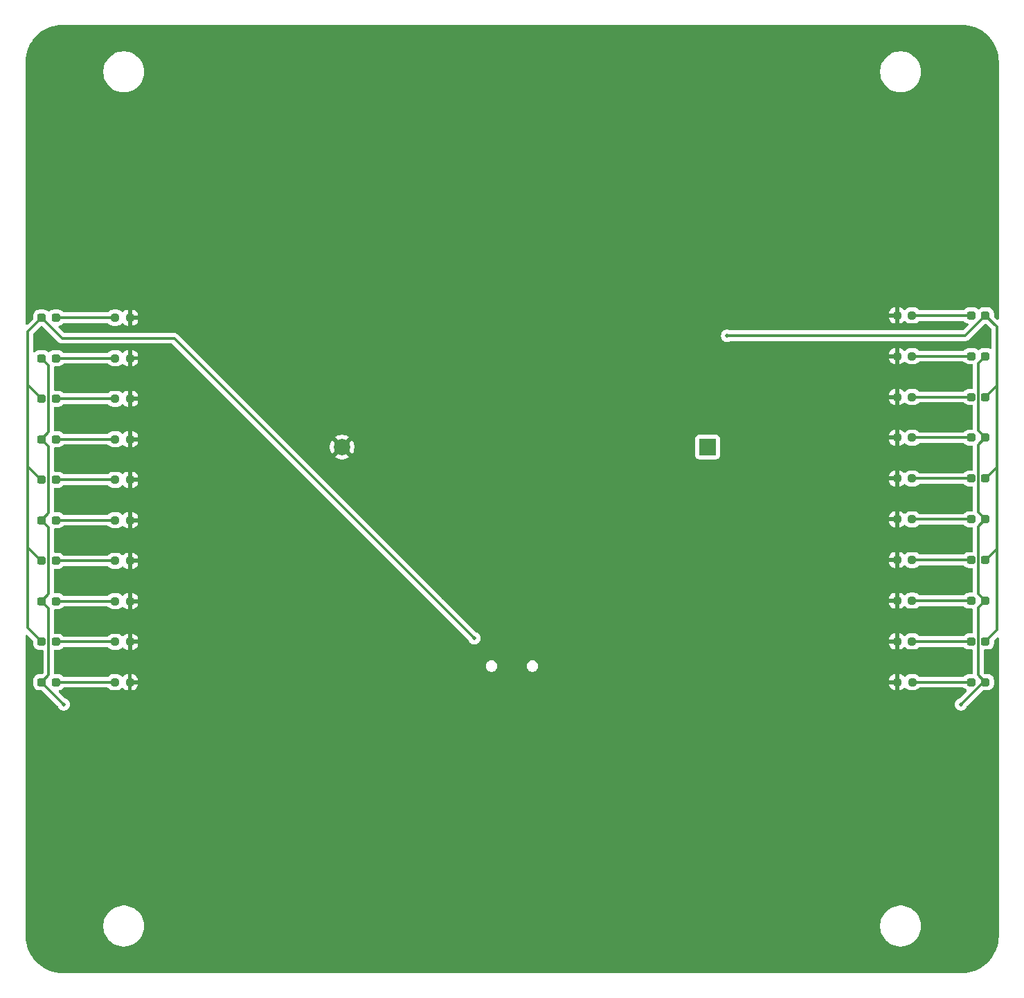
<source format=gtl>
G04 #@! TF.GenerationSoftware,KiCad,Pcbnew,9.0.0*
G04 #@! TF.CreationDate,2025-03-25T13:13:44-05:00*
G04 #@! TF.ProjectId,Armor_Plate,41726d6f-725f-4506-9c61-74652e6b6963,rev?*
G04 #@! TF.SameCoordinates,Original*
G04 #@! TF.FileFunction,Copper,L1,Top*
G04 #@! TF.FilePolarity,Positive*
%FSLAX46Y46*%
G04 Gerber Fmt 4.6, Leading zero omitted, Abs format (unit mm)*
G04 Created by KiCad (PCBNEW 9.0.0) date 2025-03-25 13:13:44*
%MOMM*%
%LPD*%
G01*
G04 APERTURE LIST*
G04 Aperture macros list*
%AMRoundRect*
0 Rectangle with rounded corners*
0 $1 Rounding radius*
0 $2 $3 $4 $5 $6 $7 $8 $9 X,Y pos of 4 corners*
0 Add a 4 corners polygon primitive as box body*
4,1,4,$2,$3,$4,$5,$6,$7,$8,$9,$2,$3,0*
0 Add four circle primitives for the rounded corners*
1,1,$1+$1,$2,$3*
1,1,$1+$1,$4,$5*
1,1,$1+$1,$6,$7*
1,1,$1+$1,$8,$9*
0 Add four rect primitives between the rounded corners*
20,1,$1+$1,$2,$3,$4,$5,0*
20,1,$1+$1,$4,$5,$6,$7,0*
20,1,$1+$1,$6,$7,$8,$9,0*
20,1,$1+$1,$8,$9,$2,$3,0*%
G04 Aperture macros list end*
G04 #@! TA.AperFunction,SMDPad,CuDef*
%ADD10RoundRect,0.237500X0.250000X0.237500X-0.250000X0.237500X-0.250000X-0.237500X0.250000X-0.237500X0*%
G04 #@! TD*
G04 #@! TA.AperFunction,SMDPad,CuDef*
%ADD11RoundRect,0.237500X-0.250000X-0.237500X0.250000X-0.237500X0.250000X0.237500X-0.250000X0.237500X0*%
G04 #@! TD*
G04 #@! TA.AperFunction,SMDPad,CuDef*
%ADD12RoundRect,0.237500X0.287500X0.237500X-0.287500X0.237500X-0.287500X-0.237500X0.287500X-0.237500X0*%
G04 #@! TD*
G04 #@! TA.AperFunction,SMDPad,CuDef*
%ADD13RoundRect,0.237500X-0.287500X-0.237500X0.287500X-0.237500X0.287500X0.237500X-0.287500X0.237500X0*%
G04 #@! TD*
G04 #@! TA.AperFunction,ComponentPad*
%ADD14R,2.000000X2.000000*%
G04 #@! TD*
G04 #@! TA.AperFunction,ComponentPad*
%ADD15C,2.000000*%
G04 #@! TD*
G04 #@! TA.AperFunction,ViaPad*
%ADD16C,0.500000*%
G04 #@! TD*
G04 #@! TA.AperFunction,Conductor*
%ADD17C,0.300000*%
G04 #@! TD*
G04 APERTURE END LIST*
D10*
X33220000Y-77609449D03*
X31395000Y-77609449D03*
D11*
X127020000Y-77485554D03*
X128845000Y-77485554D03*
D12*
X24155000Y-67698338D03*
X22405000Y-67698338D03*
D10*
X33220000Y-72653893D03*
X31395000Y-72653893D03*
D13*
X136085000Y-57546293D03*
X137835000Y-57546293D03*
D11*
X127020000Y-82470369D03*
X128845000Y-82470369D03*
D10*
X33220000Y-67698338D03*
X31395000Y-67698338D03*
X33220000Y-57787228D03*
X31395000Y-57787228D03*
D13*
X136085000Y-77485554D03*
X137835000Y-77485554D03*
D12*
X24155000Y-97431669D03*
X22405000Y-97431669D03*
X24155000Y-82565004D03*
X22405000Y-82565004D03*
X24155000Y-87520559D03*
X22405000Y-87520559D03*
D13*
X136085000Y-97424815D03*
X137835000Y-97424815D03*
D10*
X33220000Y-52831673D03*
X31395000Y-52831673D03*
X33220000Y-87520559D03*
X31395000Y-87520559D03*
X33220000Y-82565004D03*
X31395000Y-82565004D03*
D13*
X136085000Y-62531108D03*
X137835000Y-62531108D03*
D11*
X127020000Y-67515924D03*
X128845000Y-67515924D03*
D13*
X136085000Y-82470369D03*
X137835000Y-82470369D03*
X136085000Y-72500739D03*
X137835000Y-72500739D03*
D11*
X127047500Y-97424815D03*
X128872500Y-97424815D03*
D12*
X24155000Y-62742783D03*
X22405000Y-62742783D03*
D11*
X127020000Y-57546293D03*
X128845000Y-57546293D03*
D12*
X24155000Y-52831673D03*
X22405000Y-52831673D03*
D13*
X136085000Y-67515924D03*
X137835000Y-67515924D03*
X136085000Y-92440000D03*
X137835000Y-92440000D03*
D11*
X127020000Y-62531108D03*
X128845000Y-62531108D03*
D13*
X136085000Y-87455185D03*
X137835000Y-87455185D03*
X136085000Y-52561478D03*
X137835000Y-52561478D03*
D12*
X24155000Y-57787228D03*
X22405000Y-57787228D03*
D11*
X127020000Y-87455185D03*
X128845000Y-87455185D03*
D10*
X33195000Y-97431669D03*
X31370000Y-97431669D03*
D11*
X127020000Y-52561478D03*
X128845000Y-52561478D03*
X127020000Y-72500739D03*
X128845000Y-72500739D03*
D12*
X24155000Y-72653893D03*
X22405000Y-72653893D03*
X24155000Y-77609449D03*
X22405000Y-77609449D03*
D10*
X33220000Y-62742783D03*
X31395000Y-62742783D03*
D12*
X24155000Y-92476114D03*
X22405000Y-92476114D03*
D10*
X33220000Y-92476114D03*
X31395000Y-92476114D03*
D11*
X127020000Y-92440000D03*
X128845000Y-92440000D03*
D14*
X103850000Y-68650000D03*
D15*
X59150000Y-68650000D03*
D16*
X106220000Y-55040000D03*
X75320000Y-92040000D03*
X25120000Y-100140000D03*
X134820000Y-100140000D03*
D17*
X24155000Y-52831673D02*
X31395000Y-52831673D01*
X20720000Y-90791114D02*
X22405000Y-92476114D01*
X139220000Y-71140000D02*
X139220000Y-81140000D01*
X22405000Y-82565004D02*
X22345004Y-82565004D01*
X22405000Y-52831673D02*
X20720000Y-54516673D01*
X137835000Y-52561478D02*
X139220000Y-53946478D01*
X20720000Y-61040000D02*
X20720000Y-71040000D01*
X29220000Y-55340000D02*
X38620000Y-55340000D01*
X137835000Y-62525000D02*
X139220000Y-61140000D01*
X22405000Y-62725000D02*
X20720000Y-61040000D01*
X139220000Y-61140000D02*
X139220000Y-71140000D01*
X137889631Y-82470369D02*
X139220000Y-81140000D01*
X20720000Y-71040000D02*
X20720000Y-80940000D01*
X135356478Y-55040000D02*
X106220000Y-55040000D01*
X22345004Y-82565004D02*
X20720000Y-80940000D01*
X137835000Y-62531108D02*
X137835000Y-62525000D01*
X24913327Y-55340000D02*
X29220000Y-55340000D01*
X38620000Y-55340000D02*
X75320000Y-92040000D01*
X22405000Y-62742783D02*
X22405000Y-62725000D01*
X22405000Y-72653893D02*
X22333893Y-72653893D01*
X137835000Y-52561478D02*
X135356478Y-55040000D01*
X22405000Y-52831673D02*
X24913327Y-55340000D01*
X139220000Y-91055000D02*
X137835000Y-92440000D01*
X22333893Y-72653893D02*
X20720000Y-71040000D01*
X137835000Y-72500739D02*
X137859261Y-72500739D01*
X137859261Y-72500739D02*
X139220000Y-71140000D01*
X137835000Y-82470369D02*
X137889631Y-82470369D01*
X139220000Y-81140000D02*
X139220000Y-91055000D01*
X139220000Y-53946478D02*
X139220000Y-61140000D01*
X20720000Y-54516673D02*
X20720000Y-61040000D01*
X20720000Y-80940000D02*
X20720000Y-90791114D01*
X24155000Y-62742783D02*
X31395000Y-62742783D01*
X31395000Y-72653893D02*
X24155000Y-72653893D01*
X31395000Y-82565004D02*
X24155000Y-82565004D01*
X31395000Y-92476114D02*
X24155000Y-92476114D01*
X23280000Y-78484449D02*
X23280000Y-86645559D01*
X137535185Y-97424815D02*
X134820000Y-100140000D01*
X137835000Y-67515924D02*
X136960000Y-68390924D01*
X23280000Y-86645559D02*
X22405000Y-87520559D01*
X22405000Y-77609449D02*
X23280000Y-78484449D01*
X136960000Y-66640924D02*
X137835000Y-67515924D01*
X137835000Y-77485554D02*
X136960000Y-78360554D01*
X137835000Y-97424815D02*
X137535185Y-97424815D01*
X22405000Y-57787228D02*
X23280000Y-58662228D01*
X23280000Y-96556669D02*
X22405000Y-97431669D01*
X22405000Y-87520559D02*
X23280000Y-88395559D01*
X136960000Y-96549815D02*
X137835000Y-97424815D01*
X136960000Y-86580185D02*
X137835000Y-87455185D01*
X23280000Y-68573338D02*
X23280000Y-76734449D01*
X23280000Y-66823338D02*
X22405000Y-67698338D01*
X136960000Y-78360554D02*
X136960000Y-86580185D01*
X136960000Y-76610554D02*
X137835000Y-77485554D01*
X136960000Y-88330185D02*
X136960000Y-96549815D01*
X137835000Y-57546293D02*
X136960000Y-58421293D01*
X23280000Y-88395559D02*
X23280000Y-96556669D01*
X23280000Y-76734449D02*
X22405000Y-77609449D01*
X136960000Y-68390924D02*
X136960000Y-76610554D01*
X22405000Y-97431669D02*
X22411669Y-97431669D01*
X22411669Y-97431669D02*
X25120000Y-100140000D01*
X23280000Y-58662228D02*
X23280000Y-66823338D01*
X137835000Y-87455185D02*
X136960000Y-88330185D01*
X22405000Y-67698338D02*
X23280000Y-68573338D01*
X136960000Y-58421293D02*
X136960000Y-66640924D01*
X24155000Y-57787228D02*
X31395000Y-57787228D01*
X24155000Y-67698338D02*
X31395000Y-67698338D01*
X24155000Y-77609449D02*
X31395000Y-77609449D01*
X24155000Y-87520559D02*
X31395000Y-87520559D01*
X24155000Y-97431669D02*
X31370000Y-97431669D01*
X128845000Y-52561478D02*
X136085000Y-52561478D01*
X128845000Y-62531108D02*
X136085000Y-62531108D01*
X128845000Y-72500739D02*
X136085000Y-72500739D01*
X128845000Y-82470369D02*
X136085000Y-82470369D01*
X128845000Y-92440000D02*
X136085000Y-92440000D01*
X136085000Y-57546293D02*
X128845000Y-57546293D01*
X136085000Y-67515924D02*
X128845000Y-67515924D01*
X136085000Y-77485554D02*
X128845000Y-77485554D01*
X136085000Y-87455185D02*
X128845000Y-87455185D01*
X136085000Y-97424815D02*
X128872500Y-97424815D01*
G04 #@! TA.AperFunction,Conductor*
G36*
X134952702Y-17000617D02*
G01*
X135336771Y-17017386D01*
X135347506Y-17018326D01*
X135725971Y-17068152D01*
X135736597Y-17070025D01*
X136109284Y-17152648D01*
X136119710Y-17155442D01*
X136483765Y-17270227D01*
X136493911Y-17273920D01*
X136846578Y-17420000D01*
X136856369Y-17424566D01*
X137194942Y-17600816D01*
X137204310Y-17606224D01*
X137526244Y-17811318D01*
X137535105Y-17817523D01*
X137837930Y-18049889D01*
X137846217Y-18056843D01*
X138127635Y-18314715D01*
X138135284Y-18322364D01*
X138393156Y-18603782D01*
X138400110Y-18612069D01*
X138632476Y-18914894D01*
X138638681Y-18923755D01*
X138843775Y-19245689D01*
X138849183Y-19255057D01*
X139025430Y-19593623D01*
X139030002Y-19603427D01*
X139176075Y-19956078D01*
X139179775Y-19966244D01*
X139294554Y-20330278D01*
X139297354Y-20340727D01*
X139379971Y-20713389D01*
X139381849Y-20724042D01*
X139431671Y-21102473D01*
X139432614Y-21113249D01*
X139449382Y-21497297D01*
X139449500Y-21502706D01*
X139449500Y-52956670D01*
X139429815Y-53023709D01*
X139377011Y-53069464D01*
X139307853Y-53079408D01*
X139244297Y-53050383D01*
X139237819Y-53044351D01*
X138896818Y-52703350D01*
X138863333Y-52642027D01*
X138860499Y-52615669D01*
X138860499Y-52274808D01*
X138860498Y-52274791D01*
X138850174Y-52173725D01*
X138843689Y-52154156D01*
X138795908Y-52009962D01*
X138705340Y-51863128D01*
X138583350Y-51741138D01*
X138492129Y-51684873D01*
X138436518Y-51650571D01*
X138436513Y-51650569D01*
X138435069Y-51650090D01*
X138272753Y-51596304D01*
X138272751Y-51596303D01*
X138171678Y-51585978D01*
X137498330Y-51585978D01*
X137498312Y-51585979D01*
X137397247Y-51596303D01*
X137233484Y-51650570D01*
X137233481Y-51650571D01*
X137086648Y-51741139D01*
X137047681Y-51780107D01*
X136986358Y-51813592D01*
X136916666Y-51808608D01*
X136872319Y-51780107D01*
X136833351Y-51741139D01*
X136833350Y-51741138D01*
X136742129Y-51684873D01*
X136686518Y-51650571D01*
X136686513Y-51650569D01*
X136685069Y-51650090D01*
X136522753Y-51596304D01*
X136522751Y-51596303D01*
X136421678Y-51585978D01*
X135748330Y-51585978D01*
X135748312Y-51585979D01*
X135647247Y-51596303D01*
X135483484Y-51650570D01*
X135483481Y-51650571D01*
X135336648Y-51741139D01*
X135214655Y-51863132D01*
X135214055Y-51863892D01*
X135213510Y-51864277D01*
X135209553Y-51868235D01*
X135208876Y-51867558D01*
X135157032Y-51904267D01*
X135116792Y-51910978D01*
X129775708Y-51910978D01*
X129708669Y-51891293D01*
X129683084Y-51868097D01*
X129682947Y-51868235D01*
X129680147Y-51865435D01*
X129678445Y-51863892D01*
X129677844Y-51863132D01*
X129555851Y-51741139D01*
X129555850Y-51741138D01*
X129464629Y-51684873D01*
X129409018Y-51650571D01*
X129409013Y-51650569D01*
X129407569Y-51650090D01*
X129245253Y-51596304D01*
X129245251Y-51596303D01*
X129144178Y-51585978D01*
X128545830Y-51585978D01*
X128545812Y-51585979D01*
X128444747Y-51596303D01*
X128280984Y-51650570D01*
X128280981Y-51650571D01*
X128134151Y-51741137D01*
X128019827Y-51855461D01*
X127958504Y-51888945D01*
X127888812Y-51883961D01*
X127844465Y-51855460D01*
X127730538Y-51741533D01*
X127730534Y-51741530D01*
X127583811Y-51651029D01*
X127583800Y-51651024D01*
X127420152Y-51596797D01*
X127319154Y-51586478D01*
X127270000Y-51586478D01*
X127270000Y-53536477D01*
X127319140Y-53536477D01*
X127319154Y-53536476D01*
X127420152Y-53526158D01*
X127583800Y-53471931D01*
X127583811Y-53471926D01*
X127730533Y-53381426D01*
X127844464Y-53267495D01*
X127905787Y-53234010D01*
X127975479Y-53238994D01*
X128019827Y-53267495D01*
X128134150Y-53381818D01*
X128280984Y-53472386D01*
X128444747Y-53526652D01*
X128545823Y-53536978D01*
X129144176Y-53536977D01*
X129144184Y-53536976D01*
X129144187Y-53536976D01*
X129212301Y-53530018D01*
X129245253Y-53526652D01*
X129409016Y-53472386D01*
X129555850Y-53381818D01*
X129677840Y-53259828D01*
X129677841Y-53259825D01*
X129677844Y-53259823D01*
X129678445Y-53259064D01*
X129678989Y-53258678D01*
X129682947Y-53254721D01*
X129683623Y-53255397D01*
X129735468Y-53218689D01*
X129775708Y-53211978D01*
X135116792Y-53211978D01*
X135183831Y-53231663D01*
X135209415Y-53254858D01*
X135209553Y-53254721D01*
X135212352Y-53257520D01*
X135214055Y-53259064D01*
X135214655Y-53259823D01*
X135214660Y-53259828D01*
X135336650Y-53381818D01*
X135483484Y-53472386D01*
X135647247Y-53526652D01*
X135662226Y-53528182D01*
X135726919Y-53554575D01*
X135767072Y-53611755D01*
X135769938Y-53681566D01*
X135737309Y-53739221D01*
X135123351Y-54353181D01*
X135062028Y-54386666D01*
X135035670Y-54389500D01*
X106633840Y-54389500D01*
X106581479Y-54376385D01*
X106581122Y-54377247D01*
X106575495Y-54374916D01*
X106438913Y-54318342D01*
X106438907Y-54318340D01*
X106293920Y-54289500D01*
X106293918Y-54289500D01*
X106146082Y-54289500D01*
X106146080Y-54289500D01*
X106001092Y-54318340D01*
X106001082Y-54318343D01*
X105864511Y-54374912D01*
X105864498Y-54374919D01*
X105741584Y-54457048D01*
X105741580Y-54457051D01*
X105637051Y-54561580D01*
X105637048Y-54561584D01*
X105554919Y-54684498D01*
X105554912Y-54684511D01*
X105498343Y-54821082D01*
X105498340Y-54821092D01*
X105469500Y-54966079D01*
X105469500Y-54966082D01*
X105469500Y-55113918D01*
X105469500Y-55113920D01*
X105469499Y-55113920D01*
X105498340Y-55258907D01*
X105498343Y-55258917D01*
X105554912Y-55395488D01*
X105554919Y-55395501D01*
X105637048Y-55518415D01*
X105637051Y-55518419D01*
X105741580Y-55622948D01*
X105741584Y-55622951D01*
X105864498Y-55705080D01*
X105864511Y-55705087D01*
X106001082Y-55761656D01*
X106001087Y-55761658D01*
X106001091Y-55761658D01*
X106001092Y-55761659D01*
X106146079Y-55790500D01*
X106146082Y-55790500D01*
X106293920Y-55790500D01*
X106391462Y-55771096D01*
X106438913Y-55761658D01*
X106575495Y-55705084D01*
X106575496Y-55705083D01*
X106581122Y-55702753D01*
X106581479Y-55703614D01*
X106633840Y-55690500D01*
X135420549Y-55690500D01*
X135505093Y-55673682D01*
X135546222Y-55665501D01*
X135664605Y-55616465D01*
X135771147Y-55545277D01*
X137743127Y-53573295D01*
X137770054Y-53558592D01*
X137795873Y-53542000D01*
X137802073Y-53541108D01*
X137804450Y-53539811D01*
X137830808Y-53536977D01*
X137839191Y-53536977D01*
X137906230Y-53556662D01*
X137926872Y-53573296D01*
X138533181Y-54179605D01*
X138566666Y-54240928D01*
X138569500Y-54267286D01*
X138569500Y-56507731D01*
X138549815Y-56574770D01*
X138497011Y-56620525D01*
X138427853Y-56630469D01*
X138406496Y-56625437D01*
X138343031Y-56604407D01*
X138272753Y-56581119D01*
X138272751Y-56581118D01*
X138171678Y-56570793D01*
X137498330Y-56570793D01*
X137498312Y-56570794D01*
X137397247Y-56581118D01*
X137233484Y-56635385D01*
X137233481Y-56635386D01*
X137086648Y-56725954D01*
X137047681Y-56764922D01*
X136986358Y-56798407D01*
X136916666Y-56793423D01*
X136872319Y-56764922D01*
X136833351Y-56725954D01*
X136833350Y-56725953D01*
X136742129Y-56669688D01*
X136686518Y-56635386D01*
X136686513Y-56635384D01*
X136685069Y-56634905D01*
X136522753Y-56581119D01*
X136522751Y-56581118D01*
X136421678Y-56570793D01*
X135748330Y-56570793D01*
X135748312Y-56570794D01*
X135647247Y-56581118D01*
X135483484Y-56635385D01*
X135483481Y-56635386D01*
X135336648Y-56725954D01*
X135214655Y-56847947D01*
X135214055Y-56848707D01*
X135213510Y-56849092D01*
X135209553Y-56853050D01*
X135208876Y-56852373D01*
X135157032Y-56889082D01*
X135116792Y-56895793D01*
X129775708Y-56895793D01*
X129708669Y-56876108D01*
X129683084Y-56852912D01*
X129682947Y-56853050D01*
X129680147Y-56850250D01*
X129678445Y-56848707D01*
X129677844Y-56847947D01*
X129555851Y-56725954D01*
X129555850Y-56725953D01*
X129464629Y-56669688D01*
X129409018Y-56635386D01*
X129409013Y-56635384D01*
X129407569Y-56634905D01*
X129245253Y-56581119D01*
X129245251Y-56581118D01*
X129144178Y-56570793D01*
X128545830Y-56570793D01*
X128545812Y-56570794D01*
X128444747Y-56581118D01*
X128280984Y-56635385D01*
X128280981Y-56635386D01*
X128134151Y-56725952D01*
X128019827Y-56840276D01*
X127958504Y-56873760D01*
X127888812Y-56868776D01*
X127844465Y-56840275D01*
X127730538Y-56726348D01*
X127730534Y-56726345D01*
X127583811Y-56635844D01*
X127583800Y-56635839D01*
X127420152Y-56581612D01*
X127319154Y-56571293D01*
X127270000Y-56571293D01*
X127270000Y-58521292D01*
X127319140Y-58521292D01*
X127319154Y-58521291D01*
X127420152Y-58510973D01*
X127583800Y-58456746D01*
X127583811Y-58456741D01*
X127730533Y-58366241D01*
X127844464Y-58252310D01*
X127905787Y-58218825D01*
X127975479Y-58223809D01*
X128019827Y-58252310D01*
X128134150Y-58366633D01*
X128280984Y-58457201D01*
X128444747Y-58511467D01*
X128545823Y-58521793D01*
X129144176Y-58521792D01*
X129144184Y-58521791D01*
X129144187Y-58521791D01*
X129199530Y-58516137D01*
X129245253Y-58511467D01*
X129409016Y-58457201D01*
X129555850Y-58366633D01*
X129677840Y-58244643D01*
X129677841Y-58244640D01*
X129677844Y-58244638D01*
X129678445Y-58243879D01*
X129678989Y-58243493D01*
X129682947Y-58239536D01*
X129683623Y-58240212D01*
X129735468Y-58203504D01*
X129775708Y-58196793D01*
X135116792Y-58196793D01*
X135183831Y-58216478D01*
X135209415Y-58239673D01*
X135209553Y-58239536D01*
X135212352Y-58242335D01*
X135214055Y-58243879D01*
X135214655Y-58244638D01*
X135214660Y-58244643D01*
X135336650Y-58366633D01*
X135483484Y-58457201D01*
X135647247Y-58511467D01*
X135748323Y-58521793D01*
X136185500Y-58521792D01*
X136252539Y-58541476D01*
X136298294Y-58594280D01*
X136309500Y-58645792D01*
X136309500Y-61431608D01*
X136289815Y-61498647D01*
X136237011Y-61544402D01*
X136185500Y-61555608D01*
X135748330Y-61555608D01*
X135748312Y-61555609D01*
X135647247Y-61565933D01*
X135483484Y-61620200D01*
X135483481Y-61620201D01*
X135336648Y-61710769D01*
X135214655Y-61832762D01*
X135214055Y-61833522D01*
X135213510Y-61833907D01*
X135209553Y-61837865D01*
X135208876Y-61837188D01*
X135157032Y-61873897D01*
X135116792Y-61880608D01*
X129775708Y-61880608D01*
X129708669Y-61860923D01*
X129683084Y-61837727D01*
X129682947Y-61837865D01*
X129680147Y-61835065D01*
X129678445Y-61833522D01*
X129677844Y-61832762D01*
X129555851Y-61710769D01*
X129555850Y-61710768D01*
X129464629Y-61654503D01*
X129409018Y-61620201D01*
X129409013Y-61620199D01*
X129407569Y-61619720D01*
X129245253Y-61565934D01*
X129245251Y-61565933D01*
X129144178Y-61555608D01*
X128545830Y-61555608D01*
X128545812Y-61555609D01*
X128444747Y-61565933D01*
X128280984Y-61620200D01*
X128280981Y-61620201D01*
X128134151Y-61710767D01*
X128019827Y-61825091D01*
X127958504Y-61858575D01*
X127888812Y-61853591D01*
X127844465Y-61825090D01*
X127730538Y-61711163D01*
X127730534Y-61711160D01*
X127583811Y-61620659D01*
X127583800Y-61620654D01*
X127420152Y-61566427D01*
X127319154Y-61556108D01*
X127270000Y-61556108D01*
X127270000Y-63506107D01*
X127319140Y-63506107D01*
X127319154Y-63506106D01*
X127420152Y-63495788D01*
X127583800Y-63441561D01*
X127583811Y-63441556D01*
X127730533Y-63351056D01*
X127844464Y-63237125D01*
X127905787Y-63203640D01*
X127975479Y-63208624D01*
X128019827Y-63237125D01*
X128134150Y-63351448D01*
X128280984Y-63442016D01*
X128444747Y-63496282D01*
X128545823Y-63506608D01*
X129144176Y-63506607D01*
X129144184Y-63506606D01*
X129144187Y-63506606D01*
X129199530Y-63500952D01*
X129245253Y-63496282D01*
X129409016Y-63442016D01*
X129555850Y-63351448D01*
X129677840Y-63229458D01*
X129677841Y-63229455D01*
X129677844Y-63229453D01*
X129678445Y-63228694D01*
X129678989Y-63228308D01*
X129682947Y-63224351D01*
X129683623Y-63225027D01*
X129735468Y-63188319D01*
X129775708Y-63181608D01*
X135116792Y-63181608D01*
X135183831Y-63201293D01*
X135209415Y-63224488D01*
X135209553Y-63224351D01*
X135212352Y-63227150D01*
X135214055Y-63228694D01*
X135214655Y-63229453D01*
X135214660Y-63229458D01*
X135336650Y-63351448D01*
X135483484Y-63442016D01*
X135647247Y-63496282D01*
X135748323Y-63506608D01*
X136185500Y-63506607D01*
X136252539Y-63526291D01*
X136298294Y-63579095D01*
X136309500Y-63630607D01*
X136309500Y-66416424D01*
X136289815Y-66483463D01*
X136237011Y-66529218D01*
X136185500Y-66540424D01*
X135748330Y-66540424D01*
X135748312Y-66540425D01*
X135647247Y-66550749D01*
X135483484Y-66605016D01*
X135483481Y-66605017D01*
X135336648Y-66695585D01*
X135214655Y-66817578D01*
X135214055Y-66818338D01*
X135213510Y-66818723D01*
X135209553Y-66822681D01*
X135208876Y-66822004D01*
X135157032Y-66858713D01*
X135116792Y-66865424D01*
X129775708Y-66865424D01*
X129708669Y-66845739D01*
X129683084Y-66822543D01*
X129682947Y-66822681D01*
X129680147Y-66819881D01*
X129678445Y-66818338D01*
X129677844Y-66817578D01*
X129555851Y-66695585D01*
X129555850Y-66695584D01*
X129464629Y-66639319D01*
X129409018Y-66605017D01*
X129409013Y-66605015D01*
X129407569Y-66604536D01*
X129245253Y-66550750D01*
X129245251Y-66550749D01*
X129144178Y-66540424D01*
X128545830Y-66540424D01*
X128545812Y-66540425D01*
X128444747Y-66550749D01*
X128280984Y-66605016D01*
X128280981Y-66605017D01*
X128134151Y-66695583D01*
X128019827Y-66809907D01*
X127958504Y-66843391D01*
X127888812Y-66838407D01*
X127844465Y-66809906D01*
X127730538Y-66695979D01*
X127730534Y-66695976D01*
X127583811Y-66605475D01*
X127583800Y-66605470D01*
X127420152Y-66551243D01*
X127319154Y-66540924D01*
X127270000Y-66540924D01*
X127270000Y-68490923D01*
X127319140Y-68490923D01*
X127319154Y-68490922D01*
X127420152Y-68480604D01*
X127583800Y-68426377D01*
X127583811Y-68426372D01*
X127730533Y-68335872D01*
X127844464Y-68221941D01*
X127905787Y-68188456D01*
X127975479Y-68193440D01*
X128019827Y-68221941D01*
X128134150Y-68336264D01*
X128280984Y-68426832D01*
X128444747Y-68481098D01*
X128545823Y-68491424D01*
X129144176Y-68491423D01*
X129144184Y-68491422D01*
X129144187Y-68491422D01*
X129199530Y-68485768D01*
X129245253Y-68481098D01*
X129409016Y-68426832D01*
X129555850Y-68336264D01*
X129677840Y-68214274D01*
X129677841Y-68214271D01*
X129677844Y-68214269D01*
X129678445Y-68213510D01*
X129678989Y-68213124D01*
X129682947Y-68209167D01*
X129683623Y-68209843D01*
X129735468Y-68173135D01*
X129775708Y-68166424D01*
X135116792Y-68166424D01*
X135183831Y-68186109D01*
X135209415Y-68209304D01*
X135209553Y-68209167D01*
X135212352Y-68211966D01*
X135214055Y-68213510D01*
X135214655Y-68214269D01*
X135214660Y-68214274D01*
X135336650Y-68336264D01*
X135483484Y-68426832D01*
X135647247Y-68481098D01*
X135748323Y-68491424D01*
X136185500Y-68491423D01*
X136252539Y-68511107D01*
X136298294Y-68563911D01*
X136309500Y-68615423D01*
X136309500Y-71401239D01*
X136289815Y-71468278D01*
X136237011Y-71514033D01*
X136185500Y-71525239D01*
X135748330Y-71525239D01*
X135748312Y-71525240D01*
X135647247Y-71535564D01*
X135483484Y-71589831D01*
X135483481Y-71589832D01*
X135336648Y-71680400D01*
X135214655Y-71802393D01*
X135214055Y-71803153D01*
X135213510Y-71803538D01*
X135209553Y-71807496D01*
X135208876Y-71806819D01*
X135157032Y-71843528D01*
X135116792Y-71850239D01*
X129775708Y-71850239D01*
X129708669Y-71830554D01*
X129683084Y-71807358D01*
X129682947Y-71807496D01*
X129680147Y-71804696D01*
X129678445Y-71803153D01*
X129677844Y-71802393D01*
X129555851Y-71680400D01*
X129555850Y-71680399D01*
X129460249Y-71621432D01*
X129409018Y-71589832D01*
X129409013Y-71589830D01*
X129407569Y-71589351D01*
X129245253Y-71535565D01*
X129245251Y-71535564D01*
X129144178Y-71525239D01*
X128545830Y-71525239D01*
X128545812Y-71525240D01*
X128444747Y-71535564D01*
X128280984Y-71589831D01*
X128280981Y-71589832D01*
X128134151Y-71680398D01*
X128019827Y-71794722D01*
X127958504Y-71828206D01*
X127888812Y-71823222D01*
X127844465Y-71794721D01*
X127730538Y-71680794D01*
X127730534Y-71680791D01*
X127583811Y-71590290D01*
X127583800Y-71590285D01*
X127420152Y-71536058D01*
X127319154Y-71525739D01*
X127270000Y-71525739D01*
X127270000Y-73475738D01*
X127319140Y-73475738D01*
X127319154Y-73475737D01*
X127420152Y-73465419D01*
X127583800Y-73411192D01*
X127583811Y-73411187D01*
X127730533Y-73320687D01*
X127844464Y-73206756D01*
X127905787Y-73173271D01*
X127975479Y-73178255D01*
X128019827Y-73206756D01*
X128134150Y-73321079D01*
X128280984Y-73411647D01*
X128444747Y-73465913D01*
X128545823Y-73476239D01*
X129144176Y-73476238D01*
X129144184Y-73476237D01*
X129144187Y-73476237D01*
X129199530Y-73470583D01*
X129245253Y-73465913D01*
X129409016Y-73411647D01*
X129555850Y-73321079D01*
X129677840Y-73199089D01*
X129677841Y-73199086D01*
X129677844Y-73199084D01*
X129678445Y-73198325D01*
X129678989Y-73197939D01*
X129682947Y-73193982D01*
X129683623Y-73194658D01*
X129735468Y-73157950D01*
X129775708Y-73151239D01*
X135116792Y-73151239D01*
X135183831Y-73170924D01*
X135209415Y-73194119D01*
X135209553Y-73193982D01*
X135212352Y-73196781D01*
X135214055Y-73198325D01*
X135214655Y-73199084D01*
X135214660Y-73199089D01*
X135336650Y-73321079D01*
X135483484Y-73411647D01*
X135647247Y-73465913D01*
X135748323Y-73476239D01*
X136185500Y-73476238D01*
X136252539Y-73495922D01*
X136298294Y-73548726D01*
X136309500Y-73600238D01*
X136309500Y-76386054D01*
X136289815Y-76453093D01*
X136237011Y-76498848D01*
X136185500Y-76510054D01*
X135748330Y-76510054D01*
X135748312Y-76510055D01*
X135647247Y-76520379D01*
X135483484Y-76574646D01*
X135483481Y-76574647D01*
X135336648Y-76665215D01*
X135214655Y-76787208D01*
X135214055Y-76787968D01*
X135213510Y-76788353D01*
X135209553Y-76792311D01*
X135208876Y-76791634D01*
X135157032Y-76828343D01*
X135116792Y-76835054D01*
X129775708Y-76835054D01*
X129708669Y-76815369D01*
X129683084Y-76792173D01*
X129682947Y-76792311D01*
X129680147Y-76789511D01*
X129678445Y-76787968D01*
X129677844Y-76787208D01*
X129555851Y-76665215D01*
X129555850Y-76665214D01*
X129446279Y-76597630D01*
X129409018Y-76574647D01*
X129409013Y-76574645D01*
X129407569Y-76574166D01*
X129245253Y-76520380D01*
X129245251Y-76520379D01*
X129144178Y-76510054D01*
X128545830Y-76510054D01*
X128545812Y-76510055D01*
X128444747Y-76520379D01*
X128280984Y-76574646D01*
X128280981Y-76574647D01*
X128134151Y-76665213D01*
X128019827Y-76779537D01*
X127958504Y-76813021D01*
X127888812Y-76808037D01*
X127844465Y-76779536D01*
X127730538Y-76665609D01*
X127730534Y-76665606D01*
X127583811Y-76575105D01*
X127583800Y-76575100D01*
X127420152Y-76520873D01*
X127319154Y-76510554D01*
X127270000Y-76510554D01*
X127270000Y-78460553D01*
X127319140Y-78460553D01*
X127319154Y-78460552D01*
X127420152Y-78450234D01*
X127583800Y-78396007D01*
X127583811Y-78396002D01*
X127730533Y-78305502D01*
X127844464Y-78191571D01*
X127905787Y-78158086D01*
X127975479Y-78163070D01*
X128019827Y-78191571D01*
X128134150Y-78305894D01*
X128280984Y-78396462D01*
X128444747Y-78450728D01*
X128545823Y-78461054D01*
X129144176Y-78461053D01*
X129144184Y-78461052D01*
X129144187Y-78461052D01*
X129199530Y-78455398D01*
X129245253Y-78450728D01*
X129409016Y-78396462D01*
X129555850Y-78305894D01*
X129677840Y-78183904D01*
X129677841Y-78183901D01*
X129677844Y-78183899D01*
X129678445Y-78183140D01*
X129678989Y-78182754D01*
X129682947Y-78178797D01*
X129683623Y-78179473D01*
X129735468Y-78142765D01*
X129775708Y-78136054D01*
X135116792Y-78136054D01*
X135183831Y-78155739D01*
X135209415Y-78178934D01*
X135209553Y-78178797D01*
X135212352Y-78181596D01*
X135214055Y-78183140D01*
X135214655Y-78183899D01*
X135214660Y-78183904D01*
X135336650Y-78305894D01*
X135483484Y-78396462D01*
X135647247Y-78450728D01*
X135748323Y-78461054D01*
X136185500Y-78461053D01*
X136252539Y-78480737D01*
X136298294Y-78533541D01*
X136309500Y-78585053D01*
X136309500Y-81370869D01*
X136289815Y-81437908D01*
X136237011Y-81483663D01*
X136185500Y-81494869D01*
X135748330Y-81494869D01*
X135748312Y-81494870D01*
X135647247Y-81505194D01*
X135483484Y-81559461D01*
X135483481Y-81559462D01*
X135336648Y-81650030D01*
X135214655Y-81772023D01*
X135214055Y-81772783D01*
X135213510Y-81773168D01*
X135209553Y-81777126D01*
X135208876Y-81776449D01*
X135157032Y-81813158D01*
X135116792Y-81819869D01*
X129775708Y-81819869D01*
X129708669Y-81800184D01*
X129683084Y-81776988D01*
X129682947Y-81777126D01*
X129680147Y-81774326D01*
X129678445Y-81772783D01*
X129677844Y-81772023D01*
X129555851Y-81650030D01*
X129555850Y-81650029D01*
X129425809Y-81569819D01*
X129409018Y-81559462D01*
X129409013Y-81559460D01*
X129390076Y-81553185D01*
X129245253Y-81505195D01*
X129245251Y-81505194D01*
X129144178Y-81494869D01*
X128545830Y-81494869D01*
X128545812Y-81494870D01*
X128444747Y-81505194D01*
X128280984Y-81559461D01*
X128280981Y-81559462D01*
X128134151Y-81650028D01*
X128019827Y-81764352D01*
X127958504Y-81797836D01*
X127888812Y-81792852D01*
X127844465Y-81764351D01*
X127730538Y-81650424D01*
X127730534Y-81650421D01*
X127583811Y-81559920D01*
X127583800Y-81559915D01*
X127420152Y-81505688D01*
X127319154Y-81495369D01*
X127270000Y-81495369D01*
X127270000Y-83445368D01*
X127319140Y-83445368D01*
X127319154Y-83445367D01*
X127420152Y-83435049D01*
X127583800Y-83380822D01*
X127583811Y-83380817D01*
X127730533Y-83290317D01*
X127844464Y-83176386D01*
X127905787Y-83142901D01*
X127975479Y-83147885D01*
X128019827Y-83176386D01*
X128134150Y-83290709D01*
X128280984Y-83381277D01*
X128444747Y-83435543D01*
X128545823Y-83445869D01*
X129144176Y-83445868D01*
X129144184Y-83445867D01*
X129144187Y-83445867D01*
X129199530Y-83440213D01*
X129245253Y-83435543D01*
X129409016Y-83381277D01*
X129555850Y-83290709D01*
X129677840Y-83168719D01*
X129677841Y-83168716D01*
X129677844Y-83168714D01*
X129678445Y-83167955D01*
X129678989Y-83167569D01*
X129682947Y-83163612D01*
X129683623Y-83164288D01*
X129735468Y-83127580D01*
X129775708Y-83120869D01*
X135116792Y-83120869D01*
X135183831Y-83140554D01*
X135209415Y-83163749D01*
X135209553Y-83163612D01*
X135212352Y-83166411D01*
X135214055Y-83167955D01*
X135214655Y-83168714D01*
X135214660Y-83168719D01*
X135336650Y-83290709D01*
X135483484Y-83381277D01*
X135647247Y-83435543D01*
X135748323Y-83445869D01*
X136185500Y-83445868D01*
X136252539Y-83465552D01*
X136298294Y-83518356D01*
X136309500Y-83569868D01*
X136309500Y-86355685D01*
X136289815Y-86422724D01*
X136237011Y-86468479D01*
X136185500Y-86479685D01*
X135748330Y-86479685D01*
X135748312Y-86479686D01*
X135647247Y-86490010D01*
X135483484Y-86544277D01*
X135483481Y-86544278D01*
X135336648Y-86634846D01*
X135214655Y-86756839D01*
X135214055Y-86757599D01*
X135213510Y-86757984D01*
X135209553Y-86761942D01*
X135208876Y-86761265D01*
X135157032Y-86797974D01*
X135116792Y-86804685D01*
X129775708Y-86804685D01*
X129708669Y-86785000D01*
X129683084Y-86761804D01*
X129682947Y-86761942D01*
X129680147Y-86759142D01*
X129678445Y-86757599D01*
X129677844Y-86756839D01*
X129555851Y-86634846D01*
X129555850Y-86634845D01*
X129427025Y-86555385D01*
X129409018Y-86544278D01*
X129409013Y-86544276D01*
X129407569Y-86543797D01*
X129245253Y-86490011D01*
X129245251Y-86490010D01*
X129144178Y-86479685D01*
X128545830Y-86479685D01*
X128545812Y-86479686D01*
X128444747Y-86490010D01*
X128280984Y-86544277D01*
X128280981Y-86544278D01*
X128134151Y-86634844D01*
X128019827Y-86749168D01*
X127958504Y-86782652D01*
X127888812Y-86777668D01*
X127844465Y-86749167D01*
X127730538Y-86635240D01*
X127730534Y-86635237D01*
X127583811Y-86544736D01*
X127583800Y-86544731D01*
X127420152Y-86490504D01*
X127319154Y-86480185D01*
X127270000Y-86480185D01*
X127270000Y-88430184D01*
X127319140Y-88430184D01*
X127319154Y-88430183D01*
X127420152Y-88419865D01*
X127583800Y-88365638D01*
X127583811Y-88365633D01*
X127730533Y-88275133D01*
X127844464Y-88161202D01*
X127905787Y-88127717D01*
X127975479Y-88132701D01*
X128019827Y-88161202D01*
X128134150Y-88275525D01*
X128280984Y-88366093D01*
X128444747Y-88420359D01*
X128545823Y-88430685D01*
X129144176Y-88430684D01*
X129144184Y-88430683D01*
X129144187Y-88430683D01*
X129199530Y-88425029D01*
X129245253Y-88420359D01*
X129409016Y-88366093D01*
X129555850Y-88275525D01*
X129677840Y-88153535D01*
X129677841Y-88153532D01*
X129677844Y-88153530D01*
X129678445Y-88152771D01*
X129678989Y-88152385D01*
X129682947Y-88148428D01*
X129683623Y-88149104D01*
X129735468Y-88112396D01*
X129775708Y-88105685D01*
X135116792Y-88105685D01*
X135183831Y-88125370D01*
X135209415Y-88148565D01*
X135209553Y-88148428D01*
X135212352Y-88151227D01*
X135214055Y-88152771D01*
X135214655Y-88153530D01*
X135214660Y-88153535D01*
X135336650Y-88275525D01*
X135483484Y-88366093D01*
X135647247Y-88420359D01*
X135748323Y-88430685D01*
X136185500Y-88430684D01*
X136252539Y-88450368D01*
X136298294Y-88503172D01*
X136309500Y-88554684D01*
X136309500Y-91340500D01*
X136289815Y-91407539D01*
X136237011Y-91453294D01*
X136185500Y-91464500D01*
X135748330Y-91464500D01*
X135748312Y-91464501D01*
X135647247Y-91474825D01*
X135483484Y-91529092D01*
X135483481Y-91529093D01*
X135336648Y-91619661D01*
X135214655Y-91741654D01*
X135214055Y-91742414D01*
X135213510Y-91742799D01*
X135209553Y-91746757D01*
X135208876Y-91746080D01*
X135157032Y-91782789D01*
X135116792Y-91789500D01*
X129775708Y-91789500D01*
X129708669Y-91769815D01*
X129683084Y-91746619D01*
X129682947Y-91746757D01*
X129680147Y-91743957D01*
X129678445Y-91742414D01*
X129677844Y-91741654D01*
X129555851Y-91619661D01*
X129555850Y-91619660D01*
X129461687Y-91561580D01*
X129409018Y-91529093D01*
X129409013Y-91529091D01*
X129407569Y-91528612D01*
X129245253Y-91474826D01*
X129245251Y-91474825D01*
X129144178Y-91464500D01*
X128545830Y-91464500D01*
X128545812Y-91464501D01*
X128444747Y-91474825D01*
X128280984Y-91529092D01*
X128280981Y-91529093D01*
X128134151Y-91619659D01*
X128019827Y-91733983D01*
X127958504Y-91767467D01*
X127888812Y-91762483D01*
X127844465Y-91733982D01*
X127730538Y-91620055D01*
X127730534Y-91620052D01*
X127583811Y-91529551D01*
X127583800Y-91529546D01*
X127420152Y-91475319D01*
X127319154Y-91465000D01*
X127270000Y-91465000D01*
X127270000Y-93414999D01*
X127319140Y-93414999D01*
X127319154Y-93414998D01*
X127420152Y-93404680D01*
X127583800Y-93350453D01*
X127583811Y-93350448D01*
X127730533Y-93259948D01*
X127844464Y-93146017D01*
X127905787Y-93112532D01*
X127975479Y-93117516D01*
X128019827Y-93146017D01*
X128134150Y-93260340D01*
X128280984Y-93350908D01*
X128444747Y-93405174D01*
X128545823Y-93415500D01*
X129144176Y-93415499D01*
X129144184Y-93415498D01*
X129144187Y-93415498D01*
X129199530Y-93409844D01*
X129245253Y-93405174D01*
X129409016Y-93350908D01*
X129555850Y-93260340D01*
X129677840Y-93138350D01*
X129677841Y-93138347D01*
X129677844Y-93138345D01*
X129678445Y-93137586D01*
X129678989Y-93137200D01*
X129682947Y-93133243D01*
X129683623Y-93133919D01*
X129735468Y-93097211D01*
X129775708Y-93090500D01*
X135116792Y-93090500D01*
X135183831Y-93110185D01*
X135209415Y-93133380D01*
X135209553Y-93133243D01*
X135212352Y-93136042D01*
X135214055Y-93137586D01*
X135214655Y-93138345D01*
X135214660Y-93138350D01*
X135336650Y-93260340D01*
X135483484Y-93350908D01*
X135647247Y-93405174D01*
X135748323Y-93415500D01*
X136185500Y-93415499D01*
X136252539Y-93435183D01*
X136298294Y-93487987D01*
X136309500Y-93539499D01*
X136309500Y-96325315D01*
X136289815Y-96392354D01*
X136237011Y-96438109D01*
X136185500Y-96449315D01*
X135748330Y-96449315D01*
X135748312Y-96449316D01*
X135647247Y-96459640D01*
X135483484Y-96513907D01*
X135483481Y-96513908D01*
X135336648Y-96604476D01*
X135214655Y-96726469D01*
X135214055Y-96727229D01*
X135213510Y-96727614D01*
X135209553Y-96731572D01*
X135208876Y-96730895D01*
X135157032Y-96767604D01*
X135116792Y-96774315D01*
X129803208Y-96774315D01*
X129736169Y-96754630D01*
X129710584Y-96731434D01*
X129710447Y-96731572D01*
X129707647Y-96728772D01*
X129705945Y-96727229D01*
X129705344Y-96726469D01*
X129583351Y-96604476D01*
X129583350Y-96604475D01*
X129492129Y-96548210D01*
X129436518Y-96513908D01*
X129436513Y-96513906D01*
X129435069Y-96513427D01*
X129272753Y-96459641D01*
X129272751Y-96459640D01*
X129171678Y-96449315D01*
X128573330Y-96449315D01*
X128573312Y-96449316D01*
X128472247Y-96459640D01*
X128308484Y-96513907D01*
X128308481Y-96513908D01*
X128161651Y-96604474D01*
X128047327Y-96718798D01*
X127986004Y-96752282D01*
X127916312Y-96747298D01*
X127871965Y-96718797D01*
X127758038Y-96604870D01*
X127758034Y-96604867D01*
X127611311Y-96514366D01*
X127611300Y-96514361D01*
X127447652Y-96460134D01*
X127346654Y-96449815D01*
X127297500Y-96449815D01*
X127297500Y-98399814D01*
X127346640Y-98399814D01*
X127346654Y-98399813D01*
X127447652Y-98389495D01*
X127611300Y-98335268D01*
X127611311Y-98335263D01*
X127758033Y-98244763D01*
X127871964Y-98130832D01*
X127933287Y-98097347D01*
X128002979Y-98102331D01*
X128047327Y-98130832D01*
X128161650Y-98245155D01*
X128308484Y-98335723D01*
X128472247Y-98389989D01*
X128573323Y-98400315D01*
X129171676Y-98400314D01*
X129171684Y-98400313D01*
X129171687Y-98400313D01*
X129227030Y-98394659D01*
X129272753Y-98389989D01*
X129436516Y-98335723D01*
X129583350Y-98245155D01*
X129705340Y-98123165D01*
X129705341Y-98123162D01*
X129705344Y-98123160D01*
X129705945Y-98122401D01*
X129706489Y-98122015D01*
X129710447Y-98118058D01*
X129711123Y-98118734D01*
X129762968Y-98082026D01*
X129803208Y-98075315D01*
X135116792Y-98075315D01*
X135183831Y-98095000D01*
X135209415Y-98118195D01*
X135209553Y-98118058D01*
X135212352Y-98120857D01*
X135214055Y-98122401D01*
X135214655Y-98123160D01*
X135214660Y-98123165D01*
X135336650Y-98245155D01*
X135483484Y-98335723D01*
X135486602Y-98337646D01*
X135533326Y-98389594D01*
X135544548Y-98458557D01*
X135516705Y-98522639D01*
X135509186Y-98530866D01*
X134652654Y-99387398D01*
X134606357Y-99415149D01*
X134606714Y-99416011D01*
X134464507Y-99474914D01*
X134464498Y-99474919D01*
X134341584Y-99557048D01*
X134341580Y-99557051D01*
X134237051Y-99661580D01*
X134237048Y-99661584D01*
X134154919Y-99784498D01*
X134154912Y-99784511D01*
X134098343Y-99921082D01*
X134098340Y-99921092D01*
X134069500Y-100066079D01*
X134069500Y-100066082D01*
X134069500Y-100213918D01*
X134069500Y-100213920D01*
X134069499Y-100213920D01*
X134098340Y-100358907D01*
X134098343Y-100358917D01*
X134154912Y-100495488D01*
X134154919Y-100495501D01*
X134237048Y-100618415D01*
X134237051Y-100618419D01*
X134341580Y-100722948D01*
X134341584Y-100722951D01*
X134464498Y-100805080D01*
X134464511Y-100805087D01*
X134601082Y-100861656D01*
X134601087Y-100861658D01*
X134601091Y-100861658D01*
X134601092Y-100861659D01*
X134746079Y-100890500D01*
X134746082Y-100890500D01*
X134893920Y-100890500D01*
X134991462Y-100871096D01*
X135038913Y-100861658D01*
X135175495Y-100805084D01*
X135298416Y-100722951D01*
X135402951Y-100618416D01*
X135485084Y-100495495D01*
X135541658Y-100358913D01*
X135541658Y-100358912D01*
X135543989Y-100353285D01*
X135544852Y-100353642D01*
X135572600Y-100307344D01*
X137443313Y-98436631D01*
X137504634Y-98403148D01*
X137530983Y-98400314D01*
X138171676Y-98400314D01*
X138171684Y-98400313D01*
X138171687Y-98400313D01*
X138227030Y-98394659D01*
X138272753Y-98389989D01*
X138436516Y-98335723D01*
X138583350Y-98245155D01*
X138705340Y-98123165D01*
X138795908Y-97976331D01*
X138850174Y-97812568D01*
X138860500Y-97711492D01*
X138860499Y-97138139D01*
X138850174Y-97037062D01*
X138795908Y-96873299D01*
X138705340Y-96726465D01*
X138583350Y-96604475D01*
X138492129Y-96548210D01*
X138436518Y-96513908D01*
X138436513Y-96513906D01*
X138435069Y-96513427D01*
X138272753Y-96459641D01*
X138272751Y-96459640D01*
X138171684Y-96449315D01*
X138171677Y-96449315D01*
X137830808Y-96449315D01*
X137801367Y-96440670D01*
X137771381Y-96434147D01*
X137766365Y-96430392D01*
X137763769Y-96429630D01*
X137743127Y-96412996D01*
X137646819Y-96316688D01*
X137613334Y-96255365D01*
X137610500Y-96229007D01*
X137610500Y-93539499D01*
X137630185Y-93472460D01*
X137682989Y-93426705D01*
X137734500Y-93415499D01*
X138171670Y-93415499D01*
X138171676Y-93415499D01*
X138272753Y-93405174D01*
X138436516Y-93350908D01*
X138583350Y-93260340D01*
X138705340Y-93138350D01*
X138795908Y-92991516D01*
X138850174Y-92827753D01*
X138860500Y-92726677D01*
X138860499Y-92385806D01*
X138880183Y-92318768D01*
X138896813Y-92298131D01*
X139237820Y-91957125D01*
X139299142Y-91923641D01*
X139368834Y-91928625D01*
X139424767Y-91970497D01*
X139449184Y-92035961D01*
X139449500Y-92044807D01*
X139449500Y-128497293D01*
X139449382Y-128502702D01*
X139432614Y-128886750D01*
X139431671Y-128897526D01*
X139381849Y-129275957D01*
X139379971Y-129286610D01*
X139297354Y-129659272D01*
X139294554Y-129669721D01*
X139179775Y-130033755D01*
X139176075Y-130043921D01*
X139030002Y-130396572D01*
X139025430Y-130406376D01*
X138849183Y-130744942D01*
X138843775Y-130754310D01*
X138638681Y-131076244D01*
X138632476Y-131085105D01*
X138400110Y-131387930D01*
X138393156Y-131396217D01*
X138135284Y-131677635D01*
X138127635Y-131685284D01*
X137846217Y-131943156D01*
X137837930Y-131950110D01*
X137535105Y-132182476D01*
X137526244Y-132188681D01*
X137204310Y-132393775D01*
X137194942Y-132399183D01*
X136856376Y-132575430D01*
X136846572Y-132580002D01*
X136493921Y-132726075D01*
X136483755Y-132729775D01*
X136119721Y-132844554D01*
X136109272Y-132847354D01*
X135736610Y-132929971D01*
X135725957Y-132931849D01*
X135347526Y-132981671D01*
X135336750Y-132982614D01*
X134952703Y-132999382D01*
X134947294Y-132999500D01*
X24952706Y-132999500D01*
X24947297Y-132999382D01*
X24563249Y-132982614D01*
X24552473Y-132981671D01*
X24174042Y-132931849D01*
X24163389Y-132929971D01*
X23790727Y-132847354D01*
X23780278Y-132844554D01*
X23416244Y-132729775D01*
X23406078Y-132726075D01*
X23053427Y-132580002D01*
X23043623Y-132575430D01*
X22705057Y-132399183D01*
X22695689Y-132393775D01*
X22373755Y-132188681D01*
X22364894Y-132182476D01*
X22062069Y-131950110D01*
X22053782Y-131943156D01*
X21772364Y-131685284D01*
X21764715Y-131677635D01*
X21506843Y-131396217D01*
X21499889Y-131387930D01*
X21267523Y-131085105D01*
X21261318Y-131076244D01*
X21056224Y-130754310D01*
X21050816Y-130744942D01*
X20874569Y-130406376D01*
X20869997Y-130396572D01*
X20723924Y-130043921D01*
X20720224Y-130033755D01*
X20605442Y-129669710D01*
X20602648Y-129659284D01*
X20520025Y-129286597D01*
X20518152Y-129275971D01*
X20468326Y-128897506D01*
X20467386Y-128886771D01*
X20450618Y-128502702D01*
X20450500Y-128497293D01*
X20450500Y-127109568D01*
X29949500Y-127109568D01*
X29949500Y-127390431D01*
X29980942Y-127669494D01*
X29980945Y-127669512D01*
X30043439Y-127943317D01*
X30043443Y-127943329D01*
X30136200Y-128208411D01*
X30258053Y-128461442D01*
X30258055Y-128461445D01*
X30407477Y-128699248D01*
X30430009Y-128727502D01*
X30565598Y-128897526D01*
X30582584Y-128918825D01*
X30781175Y-129117416D01*
X31000752Y-129292523D01*
X31238555Y-129441945D01*
X31491592Y-129563801D01*
X31680069Y-129629752D01*
X31756670Y-129656556D01*
X31756682Y-129656560D01*
X32030491Y-129719055D01*
X32030497Y-129719055D01*
X32030505Y-129719057D01*
X32216547Y-129740018D01*
X32309569Y-129750499D01*
X32309572Y-129750500D01*
X32309575Y-129750500D01*
X32590428Y-129750500D01*
X32590429Y-129750499D01*
X32733055Y-129734429D01*
X32869494Y-129719057D01*
X32869499Y-129719056D01*
X32869509Y-129719055D01*
X33143318Y-129656560D01*
X33408408Y-129563801D01*
X33661445Y-129441945D01*
X33899248Y-129292523D01*
X34118825Y-129117416D01*
X34317416Y-128918825D01*
X34492523Y-128699248D01*
X34641945Y-128461445D01*
X34763801Y-128208408D01*
X34856560Y-127943318D01*
X34919055Y-127669509D01*
X34950500Y-127390425D01*
X34950500Y-127109575D01*
X34950499Y-127109568D01*
X124949500Y-127109568D01*
X124949500Y-127390431D01*
X124980942Y-127669494D01*
X124980945Y-127669512D01*
X125043439Y-127943317D01*
X125043443Y-127943329D01*
X125136200Y-128208411D01*
X125258053Y-128461442D01*
X125258055Y-128461445D01*
X125407477Y-128699248D01*
X125430009Y-128727502D01*
X125565598Y-128897526D01*
X125582584Y-128918825D01*
X125781175Y-129117416D01*
X126000752Y-129292523D01*
X126238555Y-129441945D01*
X126491592Y-129563801D01*
X126680069Y-129629752D01*
X126756670Y-129656556D01*
X126756682Y-129656560D01*
X127030491Y-129719055D01*
X127030497Y-129719055D01*
X127030505Y-129719057D01*
X127216547Y-129740018D01*
X127309569Y-129750499D01*
X127309572Y-129750500D01*
X127309575Y-129750500D01*
X127590428Y-129750500D01*
X127590429Y-129750499D01*
X127733055Y-129734429D01*
X127869494Y-129719057D01*
X127869499Y-129719056D01*
X127869509Y-129719055D01*
X128143318Y-129656560D01*
X128408408Y-129563801D01*
X128661445Y-129441945D01*
X128899248Y-129292523D01*
X129118825Y-129117416D01*
X129317416Y-128918825D01*
X129492523Y-128699248D01*
X129641945Y-128461445D01*
X129763801Y-128208408D01*
X129856560Y-127943318D01*
X129919055Y-127669509D01*
X129950500Y-127390425D01*
X129950500Y-127109575D01*
X129919055Y-126830491D01*
X129856560Y-126556682D01*
X129763801Y-126291592D01*
X129641945Y-126038555D01*
X129492523Y-125800752D01*
X129317416Y-125581175D01*
X129118825Y-125382584D01*
X128899248Y-125207477D01*
X128661445Y-125058055D01*
X128661442Y-125058053D01*
X128408411Y-124936200D01*
X128143329Y-124843443D01*
X128143317Y-124843439D01*
X127869512Y-124780945D01*
X127869494Y-124780942D01*
X127590431Y-124749500D01*
X127590425Y-124749500D01*
X127309575Y-124749500D01*
X127309568Y-124749500D01*
X127030505Y-124780942D01*
X127030487Y-124780945D01*
X126756682Y-124843439D01*
X126756670Y-124843443D01*
X126491588Y-124936200D01*
X126238557Y-125058053D01*
X126000753Y-125207476D01*
X125781175Y-125382583D01*
X125582583Y-125581175D01*
X125407476Y-125800753D01*
X125258053Y-126038557D01*
X125136200Y-126291588D01*
X125043443Y-126556670D01*
X125043439Y-126556682D01*
X124980945Y-126830487D01*
X124980942Y-126830505D01*
X124949500Y-127109568D01*
X34950499Y-127109568D01*
X34919055Y-126830491D01*
X34856560Y-126556682D01*
X34763801Y-126291592D01*
X34641945Y-126038555D01*
X34492523Y-125800752D01*
X34317416Y-125581175D01*
X34118825Y-125382584D01*
X33899248Y-125207477D01*
X33661445Y-125058055D01*
X33661442Y-125058053D01*
X33408411Y-124936200D01*
X33143329Y-124843443D01*
X33143317Y-124843439D01*
X32869512Y-124780945D01*
X32869494Y-124780942D01*
X32590431Y-124749500D01*
X32590425Y-124749500D01*
X32309575Y-124749500D01*
X32309568Y-124749500D01*
X32030505Y-124780942D01*
X32030487Y-124780945D01*
X31756682Y-124843439D01*
X31756670Y-124843443D01*
X31491588Y-124936200D01*
X31238557Y-125058053D01*
X31000753Y-125207476D01*
X30781175Y-125382583D01*
X30582583Y-125581175D01*
X30407476Y-125800753D01*
X30258053Y-126038557D01*
X30136200Y-126291588D01*
X30043443Y-126556670D01*
X30043439Y-126556682D01*
X29980945Y-126830487D01*
X29980942Y-126830505D01*
X29949500Y-127109568D01*
X20450500Y-127109568D01*
X20450500Y-91740922D01*
X20470185Y-91673883D01*
X20522989Y-91628128D01*
X20592147Y-91618184D01*
X20655703Y-91647209D01*
X20662181Y-91653241D01*
X21343181Y-92334241D01*
X21376666Y-92395564D01*
X21379500Y-92421922D01*
X21379500Y-92762783D01*
X21379501Y-92762801D01*
X21389825Y-92863866D01*
X21426109Y-92973363D01*
X21444092Y-93027630D01*
X21534660Y-93174464D01*
X21656650Y-93296454D01*
X21803484Y-93387022D01*
X21967247Y-93441288D01*
X22068323Y-93451614D01*
X22505500Y-93451613D01*
X22572539Y-93471297D01*
X22618294Y-93524101D01*
X22629500Y-93575613D01*
X22629500Y-96235859D01*
X22620855Y-96265299D01*
X22614332Y-96295286D01*
X22610577Y-96300301D01*
X22609815Y-96302898D01*
X22593181Y-96323540D01*
X22496871Y-96419850D01*
X22435548Y-96453335D01*
X22409190Y-96456169D01*
X22068330Y-96456169D01*
X22068312Y-96456170D01*
X21967247Y-96466494D01*
X21803484Y-96520761D01*
X21803481Y-96520762D01*
X21656648Y-96611330D01*
X21534661Y-96733317D01*
X21444093Y-96880150D01*
X21444091Y-96880155D01*
X21416719Y-96962757D01*
X21389826Y-97043916D01*
X21389826Y-97043917D01*
X21389825Y-97043917D01*
X21379500Y-97144984D01*
X21379500Y-97718338D01*
X21379501Y-97718356D01*
X21389825Y-97819421D01*
X21426109Y-97928918D01*
X21444092Y-97983185D01*
X21534660Y-98130019D01*
X21656650Y-98252009D01*
X21803484Y-98342577D01*
X21967247Y-98396843D01*
X22068323Y-98407169D01*
X22415860Y-98407168D01*
X22482899Y-98426852D01*
X22503541Y-98443487D01*
X24367398Y-100307344D01*
X24395149Y-100353643D01*
X24396011Y-100353286D01*
X24454912Y-100495488D01*
X24454919Y-100495501D01*
X24537048Y-100618415D01*
X24537051Y-100618419D01*
X24641580Y-100722948D01*
X24641584Y-100722951D01*
X24764498Y-100805080D01*
X24764511Y-100805087D01*
X24901082Y-100861656D01*
X24901087Y-100861658D01*
X24901091Y-100861658D01*
X24901092Y-100861659D01*
X25046079Y-100890500D01*
X25046082Y-100890500D01*
X25193920Y-100890500D01*
X25291462Y-100871096D01*
X25338913Y-100861658D01*
X25475495Y-100805084D01*
X25598416Y-100722951D01*
X25702951Y-100618416D01*
X25785084Y-100495495D01*
X25841658Y-100358913D01*
X25870500Y-100213918D01*
X25870500Y-100066082D01*
X25870500Y-100066079D01*
X25841659Y-99921092D01*
X25841658Y-99921091D01*
X25841658Y-99921087D01*
X25841656Y-99921082D01*
X25785087Y-99784511D01*
X25785080Y-99784498D01*
X25702951Y-99661584D01*
X25702948Y-99661580D01*
X25598419Y-99557051D01*
X25598415Y-99557048D01*
X25475501Y-99474919D01*
X25475488Y-99474912D01*
X25333286Y-99416011D01*
X25333643Y-99415149D01*
X25287344Y-99387398D01*
X24508740Y-98608794D01*
X24475255Y-98547471D01*
X24480239Y-98477779D01*
X24522111Y-98421846D01*
X24583823Y-98397755D01*
X24592753Y-98396843D01*
X24756516Y-98342577D01*
X24903350Y-98252009D01*
X25025340Y-98130019D01*
X25025341Y-98130016D01*
X25025344Y-98130014D01*
X25025945Y-98129255D01*
X25026489Y-98128869D01*
X25030447Y-98124912D01*
X25031123Y-98125588D01*
X25082968Y-98088880D01*
X25123208Y-98082169D01*
X30439292Y-98082169D01*
X30506331Y-98101854D01*
X30531915Y-98125049D01*
X30532053Y-98124912D01*
X30534852Y-98127711D01*
X30536555Y-98129255D01*
X30537155Y-98130014D01*
X30537160Y-98130019D01*
X30659150Y-98252009D01*
X30805984Y-98342577D01*
X30969747Y-98396843D01*
X31070823Y-98407169D01*
X31669176Y-98407168D01*
X31669184Y-98407167D01*
X31669187Y-98407167D01*
X31724530Y-98401513D01*
X31770253Y-98396843D01*
X31934016Y-98342577D01*
X32080850Y-98252009D01*
X32195175Y-98137683D01*
X32256494Y-98104201D01*
X32326186Y-98109185D01*
X32370534Y-98137686D01*
X32484461Y-98251613D01*
X32484465Y-98251616D01*
X32631188Y-98342117D01*
X32631199Y-98342122D01*
X32794847Y-98396349D01*
X32895851Y-98406668D01*
X33445000Y-98406668D01*
X33494140Y-98406668D01*
X33494154Y-98406667D01*
X33595152Y-98396349D01*
X33758800Y-98342122D01*
X33758811Y-98342117D01*
X33905534Y-98251616D01*
X33905538Y-98251613D01*
X34027444Y-98129707D01*
X34027447Y-98129703D01*
X34117948Y-97982980D01*
X34117953Y-97982969D01*
X34172180Y-97819321D01*
X34182499Y-97718323D01*
X34182500Y-97718310D01*
X34182500Y-97711469D01*
X126060001Y-97711469D01*
X126070319Y-97812467D01*
X126124546Y-97976115D01*
X126124551Y-97976126D01*
X126215052Y-98122849D01*
X126215055Y-98122853D01*
X126336961Y-98244759D01*
X126336965Y-98244762D01*
X126483688Y-98335263D01*
X126483699Y-98335268D01*
X126647347Y-98389495D01*
X126748351Y-98399814D01*
X126797499Y-98399813D01*
X126797500Y-98399813D01*
X126797500Y-97674815D01*
X126060001Y-97674815D01*
X126060001Y-97711469D01*
X34182500Y-97711469D01*
X34182500Y-97681669D01*
X33445000Y-97681669D01*
X33445000Y-98406668D01*
X32895851Y-98406668D01*
X32944999Y-98406667D01*
X32945000Y-98406667D01*
X32945000Y-97181669D01*
X33445000Y-97181669D01*
X34182499Y-97181669D01*
X34182499Y-97145029D01*
X34182497Y-97145008D01*
X34181797Y-97138160D01*
X126060000Y-97138160D01*
X126060000Y-97174815D01*
X126797500Y-97174815D01*
X126797500Y-96449815D01*
X126797499Y-96449814D01*
X126748361Y-96449815D01*
X126748343Y-96449816D01*
X126647347Y-96460134D01*
X126483699Y-96514361D01*
X126483688Y-96514366D01*
X126336965Y-96604867D01*
X126336961Y-96604870D01*
X126215055Y-96726776D01*
X126215052Y-96726780D01*
X126124551Y-96873503D01*
X126124548Y-96873511D01*
X126070319Y-97037162D01*
X126060000Y-97138160D01*
X34181797Y-97138160D01*
X34172180Y-97044016D01*
X34117953Y-96880368D01*
X34117948Y-96880357D01*
X34027447Y-96733634D01*
X34027444Y-96733630D01*
X33905538Y-96611724D01*
X33905534Y-96611721D01*
X33758811Y-96521220D01*
X33758800Y-96521215D01*
X33595152Y-96466988D01*
X33494154Y-96456669D01*
X33445000Y-96456669D01*
X33445000Y-97181669D01*
X32945000Y-97181669D01*
X32945000Y-96456669D01*
X32944999Y-96456668D01*
X32895861Y-96456669D01*
X32895843Y-96456670D01*
X32794847Y-96466988D01*
X32631199Y-96521215D01*
X32631188Y-96521220D01*
X32484465Y-96611721D01*
X32370534Y-96725652D01*
X32309211Y-96759136D01*
X32239519Y-96754152D01*
X32195172Y-96725651D01*
X32080851Y-96611330D01*
X32080850Y-96611329D01*
X31989629Y-96555064D01*
X31934018Y-96520762D01*
X31934013Y-96520760D01*
X31913329Y-96513906D01*
X31770253Y-96466495D01*
X31770251Y-96466494D01*
X31669178Y-96456169D01*
X31070830Y-96456169D01*
X31070812Y-96456170D01*
X30969747Y-96466494D01*
X30805984Y-96520761D01*
X30805981Y-96520762D01*
X30659148Y-96611330D01*
X30537155Y-96733323D01*
X30536555Y-96734083D01*
X30536010Y-96734468D01*
X30532053Y-96738426D01*
X30531376Y-96737749D01*
X30479532Y-96774458D01*
X30439292Y-96781169D01*
X25123208Y-96781169D01*
X25056169Y-96761484D01*
X25030584Y-96738288D01*
X25030447Y-96738426D01*
X25027647Y-96735626D01*
X25025945Y-96734083D01*
X25025344Y-96733323D01*
X24903351Y-96611330D01*
X24903350Y-96611329D01*
X24812129Y-96555064D01*
X24756518Y-96520762D01*
X24756513Y-96520760D01*
X24735829Y-96513906D01*
X24592753Y-96466495D01*
X24592751Y-96466494D01*
X24491684Y-96456169D01*
X24491677Y-96456169D01*
X24054500Y-96456169D01*
X23987461Y-96436484D01*
X23941706Y-96383680D01*
X23930500Y-96332169D01*
X23930500Y-95508995D01*
X76719499Y-95508995D01*
X76746418Y-95644322D01*
X76746421Y-95644332D01*
X76799221Y-95771804D01*
X76799228Y-95771817D01*
X76875885Y-95886541D01*
X76875888Y-95886545D01*
X76973454Y-95984111D01*
X76973458Y-95984114D01*
X77088182Y-96060771D01*
X77088195Y-96060778D01*
X77215667Y-96113578D01*
X77215672Y-96113580D01*
X77215676Y-96113580D01*
X77215677Y-96113581D01*
X77351004Y-96140500D01*
X77351007Y-96140500D01*
X77488995Y-96140500D01*
X77580041Y-96122389D01*
X77624328Y-96113580D01*
X77751811Y-96060775D01*
X77866542Y-95984114D01*
X77964114Y-95886542D01*
X78040775Y-95771811D01*
X78093580Y-95644328D01*
X78120500Y-95508995D01*
X81719499Y-95508995D01*
X81746418Y-95644322D01*
X81746421Y-95644332D01*
X81799221Y-95771804D01*
X81799228Y-95771817D01*
X81875885Y-95886541D01*
X81875888Y-95886545D01*
X81973454Y-95984111D01*
X81973458Y-95984114D01*
X82088182Y-96060771D01*
X82088195Y-96060778D01*
X82215667Y-96113578D01*
X82215672Y-96113580D01*
X82215676Y-96113580D01*
X82215677Y-96113581D01*
X82351004Y-96140500D01*
X82351007Y-96140500D01*
X82488995Y-96140500D01*
X82580041Y-96122389D01*
X82624328Y-96113580D01*
X82751811Y-96060775D01*
X82866542Y-95984114D01*
X82964114Y-95886542D01*
X83040775Y-95771811D01*
X83093580Y-95644328D01*
X83120500Y-95508993D01*
X83120500Y-95371007D01*
X83120500Y-95371004D01*
X83093581Y-95235677D01*
X83093580Y-95235676D01*
X83093580Y-95235672D01*
X83093578Y-95235667D01*
X83040778Y-95108195D01*
X83040771Y-95108182D01*
X82964114Y-94993458D01*
X82964111Y-94993454D01*
X82866545Y-94895888D01*
X82866541Y-94895885D01*
X82751817Y-94819228D01*
X82751804Y-94819221D01*
X82624332Y-94766421D01*
X82624322Y-94766418D01*
X82488995Y-94739500D01*
X82488993Y-94739500D01*
X82351007Y-94739500D01*
X82351005Y-94739500D01*
X82215677Y-94766418D01*
X82215667Y-94766421D01*
X82088195Y-94819221D01*
X82088182Y-94819228D01*
X81973458Y-94895885D01*
X81973454Y-94895888D01*
X81875888Y-94993454D01*
X81875885Y-94993458D01*
X81799228Y-95108182D01*
X81799221Y-95108195D01*
X81746421Y-95235667D01*
X81746418Y-95235677D01*
X81719500Y-95371004D01*
X81719500Y-95371007D01*
X81719500Y-95508993D01*
X81719500Y-95508995D01*
X81719499Y-95508995D01*
X78120500Y-95508995D01*
X78120500Y-95508993D01*
X78120500Y-95371007D01*
X78120500Y-95371004D01*
X78093581Y-95235677D01*
X78093580Y-95235676D01*
X78093580Y-95235672D01*
X78093578Y-95235667D01*
X78040778Y-95108195D01*
X78040771Y-95108182D01*
X77964114Y-94993458D01*
X77964111Y-94993454D01*
X77866545Y-94895888D01*
X77866541Y-94895885D01*
X77751817Y-94819228D01*
X77751804Y-94819221D01*
X77624332Y-94766421D01*
X77624322Y-94766418D01*
X77488995Y-94739500D01*
X77488993Y-94739500D01*
X77351007Y-94739500D01*
X77351005Y-94739500D01*
X77215677Y-94766418D01*
X77215667Y-94766421D01*
X77088195Y-94819221D01*
X77088182Y-94819228D01*
X76973458Y-94895885D01*
X76973454Y-94895888D01*
X76875888Y-94993454D01*
X76875885Y-94993458D01*
X76799228Y-95108182D01*
X76799221Y-95108195D01*
X76746421Y-95235667D01*
X76746418Y-95235677D01*
X76719500Y-95371004D01*
X76719500Y-95371007D01*
X76719500Y-95508993D01*
X76719500Y-95508995D01*
X76719499Y-95508995D01*
X23930500Y-95508995D01*
X23930500Y-93575613D01*
X23950185Y-93508574D01*
X24002989Y-93462819D01*
X24054500Y-93451613D01*
X24491670Y-93451613D01*
X24491676Y-93451613D01*
X24592753Y-93441288D01*
X24756516Y-93387022D01*
X24903350Y-93296454D01*
X25025340Y-93174464D01*
X25025341Y-93174461D01*
X25025344Y-93174459D01*
X25025945Y-93173700D01*
X25026489Y-93173314D01*
X25030447Y-93169357D01*
X25031123Y-93170033D01*
X25082968Y-93133325D01*
X25123208Y-93126614D01*
X30464292Y-93126614D01*
X30531331Y-93146299D01*
X30556915Y-93169494D01*
X30557053Y-93169357D01*
X30559852Y-93172156D01*
X30561555Y-93173700D01*
X30562155Y-93174459D01*
X30562160Y-93174464D01*
X30684150Y-93296454D01*
X30830984Y-93387022D01*
X30994747Y-93441288D01*
X31095823Y-93451614D01*
X31694176Y-93451613D01*
X31694184Y-93451612D01*
X31694187Y-93451612D01*
X31749530Y-93445958D01*
X31795253Y-93441288D01*
X31959016Y-93387022D01*
X32105850Y-93296454D01*
X32220175Y-93182128D01*
X32281494Y-93148646D01*
X32351186Y-93153630D01*
X32395534Y-93182131D01*
X32509461Y-93296058D01*
X32509465Y-93296061D01*
X32656188Y-93386562D01*
X32656199Y-93386567D01*
X32819847Y-93440794D01*
X32920851Y-93451113D01*
X33470000Y-93451113D01*
X33519140Y-93451113D01*
X33519154Y-93451112D01*
X33620152Y-93440794D01*
X33783800Y-93386567D01*
X33783811Y-93386562D01*
X33930534Y-93296061D01*
X33930538Y-93296058D01*
X34052444Y-93174152D01*
X34052447Y-93174148D01*
X34142948Y-93027425D01*
X34142953Y-93027414D01*
X34197180Y-92863766D01*
X34207499Y-92762768D01*
X34207500Y-92762755D01*
X34207500Y-92726114D01*
X33470000Y-92726114D01*
X33470000Y-93451113D01*
X32920851Y-93451113D01*
X32969999Y-93451112D01*
X32970000Y-93451112D01*
X32970000Y-92226114D01*
X33470000Y-92226114D01*
X34207499Y-92226114D01*
X34207499Y-92189474D01*
X34207498Y-92189459D01*
X34197180Y-92088461D01*
X34142953Y-91924813D01*
X34142948Y-91924802D01*
X34052447Y-91778079D01*
X34052444Y-91778075D01*
X33930538Y-91656169D01*
X33930534Y-91656166D01*
X33783811Y-91565665D01*
X33783800Y-91565660D01*
X33620152Y-91511433D01*
X33519154Y-91501114D01*
X33470000Y-91501114D01*
X33470000Y-92226114D01*
X32970000Y-92226114D01*
X32970000Y-91501114D01*
X32969999Y-91501113D01*
X32920861Y-91501114D01*
X32920843Y-91501115D01*
X32819847Y-91511433D01*
X32656199Y-91565660D01*
X32656188Y-91565665D01*
X32509465Y-91656166D01*
X32395534Y-91770097D01*
X32334211Y-91803581D01*
X32264519Y-91798597D01*
X32220172Y-91770096D01*
X32105851Y-91655775D01*
X32105850Y-91655774D01*
X32014629Y-91599509D01*
X31959018Y-91565207D01*
X31959013Y-91565205D01*
X31957569Y-91564726D01*
X31795253Y-91510940D01*
X31795251Y-91510939D01*
X31694178Y-91500614D01*
X31095830Y-91500614D01*
X31095812Y-91500615D01*
X30994747Y-91510939D01*
X30830984Y-91565206D01*
X30830981Y-91565207D01*
X30684148Y-91655775D01*
X30562155Y-91777768D01*
X30561555Y-91778528D01*
X30561010Y-91778913D01*
X30557053Y-91782871D01*
X30556376Y-91782194D01*
X30504532Y-91818903D01*
X30464292Y-91825614D01*
X25123208Y-91825614D01*
X25056169Y-91805929D01*
X25030584Y-91782733D01*
X25030447Y-91782871D01*
X25027647Y-91780071D01*
X25025945Y-91778528D01*
X25025344Y-91777768D01*
X24903351Y-91655775D01*
X24903350Y-91655774D01*
X24812129Y-91599509D01*
X24756518Y-91565207D01*
X24756513Y-91565205D01*
X24755069Y-91564726D01*
X24592753Y-91510940D01*
X24592751Y-91510939D01*
X24491684Y-91500614D01*
X24491677Y-91500614D01*
X24054500Y-91500614D01*
X23987461Y-91480929D01*
X23941706Y-91428125D01*
X23930500Y-91376614D01*
X23930500Y-88620058D01*
X23950185Y-88553019D01*
X24002989Y-88507264D01*
X24054500Y-88496058D01*
X24491670Y-88496058D01*
X24491676Y-88496058D01*
X24592753Y-88485733D01*
X24756516Y-88431467D01*
X24903350Y-88340899D01*
X25025340Y-88218909D01*
X25025341Y-88218906D01*
X25025344Y-88218904D01*
X25025945Y-88218145D01*
X25026489Y-88217759D01*
X25030447Y-88213802D01*
X25031123Y-88214478D01*
X25082968Y-88177770D01*
X25123208Y-88171059D01*
X30464292Y-88171059D01*
X30531331Y-88190744D01*
X30556915Y-88213939D01*
X30557053Y-88213802D01*
X30559852Y-88216601D01*
X30561555Y-88218145D01*
X30562155Y-88218904D01*
X30562160Y-88218909D01*
X30684150Y-88340899D01*
X30830984Y-88431467D01*
X30994747Y-88485733D01*
X31095823Y-88496059D01*
X31694176Y-88496058D01*
X31694184Y-88496057D01*
X31694187Y-88496057D01*
X31749530Y-88490403D01*
X31795253Y-88485733D01*
X31959016Y-88431467D01*
X32105850Y-88340899D01*
X32220175Y-88226573D01*
X32281494Y-88193091D01*
X32351186Y-88198075D01*
X32395534Y-88226576D01*
X32509461Y-88340503D01*
X32509465Y-88340506D01*
X32656188Y-88431007D01*
X32656199Y-88431012D01*
X32819847Y-88485239D01*
X32920851Y-88495558D01*
X33470000Y-88495558D01*
X33519140Y-88495558D01*
X33519154Y-88495557D01*
X33620152Y-88485239D01*
X33783800Y-88431012D01*
X33783811Y-88431007D01*
X33930534Y-88340506D01*
X33930538Y-88340503D01*
X34052444Y-88218597D01*
X34052447Y-88218593D01*
X34142948Y-88071870D01*
X34142953Y-88071859D01*
X34197180Y-87908211D01*
X34207499Y-87807213D01*
X34207500Y-87807200D01*
X34207500Y-87770559D01*
X33470000Y-87770559D01*
X33470000Y-88495558D01*
X32920851Y-88495558D01*
X32969999Y-88495557D01*
X32970000Y-88495557D01*
X32970000Y-87270559D01*
X33470000Y-87270559D01*
X34207499Y-87270559D01*
X34207499Y-87233919D01*
X34207498Y-87233904D01*
X34197180Y-87132906D01*
X34142953Y-86969258D01*
X34142948Y-86969247D01*
X34052447Y-86822524D01*
X34052444Y-86822520D01*
X33930538Y-86700614D01*
X33930534Y-86700611D01*
X33783811Y-86610110D01*
X33783800Y-86610105D01*
X33620152Y-86555878D01*
X33519154Y-86545559D01*
X33470000Y-86545559D01*
X33470000Y-87270559D01*
X32970000Y-87270559D01*
X32970000Y-86545559D01*
X32969999Y-86545558D01*
X32920861Y-86545559D01*
X32920843Y-86545560D01*
X32819847Y-86555878D01*
X32656199Y-86610105D01*
X32656188Y-86610110D01*
X32509465Y-86700611D01*
X32395534Y-86814542D01*
X32334211Y-86848026D01*
X32264519Y-86843042D01*
X32220172Y-86814541D01*
X32105851Y-86700220D01*
X32105850Y-86700219D01*
X32000502Y-86635240D01*
X31959018Y-86609652D01*
X31959013Y-86609650D01*
X31957569Y-86609171D01*
X31795253Y-86555385D01*
X31795251Y-86555384D01*
X31694178Y-86545059D01*
X31095830Y-86545059D01*
X31095812Y-86545060D01*
X30994747Y-86555384D01*
X30830984Y-86609651D01*
X30830981Y-86609652D01*
X30684148Y-86700220D01*
X30562155Y-86822213D01*
X30561555Y-86822973D01*
X30561010Y-86823358D01*
X30557053Y-86827316D01*
X30556376Y-86826639D01*
X30504532Y-86863348D01*
X30464292Y-86870059D01*
X25123208Y-86870059D01*
X25056169Y-86850374D01*
X25030584Y-86827178D01*
X25030447Y-86827316D01*
X25027647Y-86824516D01*
X25025945Y-86822973D01*
X25025344Y-86822213D01*
X24903351Y-86700220D01*
X24903350Y-86700219D01*
X24798002Y-86635240D01*
X24756518Y-86609652D01*
X24756513Y-86609650D01*
X24755069Y-86609171D01*
X24592753Y-86555385D01*
X24592751Y-86555384D01*
X24491684Y-86545059D01*
X24491677Y-86545059D01*
X24054500Y-86545059D01*
X23987461Y-86525374D01*
X23941706Y-86472570D01*
X23930500Y-86421059D01*
X23930500Y-83664503D01*
X23950185Y-83597464D01*
X24002989Y-83551709D01*
X24054500Y-83540503D01*
X24491670Y-83540503D01*
X24491676Y-83540503D01*
X24592753Y-83530178D01*
X24756516Y-83475912D01*
X24903350Y-83385344D01*
X25025340Y-83263354D01*
X25025341Y-83263351D01*
X25025344Y-83263349D01*
X25025945Y-83262590D01*
X25026489Y-83262204D01*
X25030447Y-83258247D01*
X25031123Y-83258923D01*
X25082968Y-83222215D01*
X25123208Y-83215504D01*
X30464292Y-83215504D01*
X30531331Y-83235189D01*
X30556915Y-83258384D01*
X30557053Y-83258247D01*
X30559852Y-83261046D01*
X30561555Y-83262590D01*
X30562155Y-83263349D01*
X30562160Y-83263354D01*
X30684150Y-83385344D01*
X30830984Y-83475912D01*
X30994747Y-83530178D01*
X31095823Y-83540504D01*
X31694176Y-83540503D01*
X31694184Y-83540502D01*
X31694187Y-83540502D01*
X31749530Y-83534848D01*
X31795253Y-83530178D01*
X31959016Y-83475912D01*
X32105850Y-83385344D01*
X32220175Y-83271018D01*
X32281494Y-83237536D01*
X32351186Y-83242520D01*
X32395534Y-83271021D01*
X32509461Y-83384948D01*
X32509465Y-83384951D01*
X32656188Y-83475452D01*
X32656199Y-83475457D01*
X32819847Y-83529684D01*
X32920851Y-83540003D01*
X33470000Y-83540003D01*
X33519140Y-83540003D01*
X33519154Y-83540002D01*
X33620152Y-83529684D01*
X33783800Y-83475457D01*
X33783811Y-83475452D01*
X33930534Y-83384951D01*
X33930538Y-83384948D01*
X34052444Y-83263042D01*
X34052447Y-83263038D01*
X34142948Y-83116315D01*
X34142953Y-83116304D01*
X34197180Y-82952656D01*
X34207499Y-82851658D01*
X34207500Y-82851645D01*
X34207500Y-82815004D01*
X33470000Y-82815004D01*
X33470000Y-83540003D01*
X32920851Y-83540003D01*
X32969999Y-83540002D01*
X32970000Y-83540002D01*
X32970000Y-82315004D01*
X33470000Y-82315004D01*
X34207499Y-82315004D01*
X34207499Y-82278364D01*
X34207498Y-82278349D01*
X34197180Y-82177351D01*
X34142953Y-82013703D01*
X34142948Y-82013692D01*
X34052447Y-81866969D01*
X34052444Y-81866965D01*
X33930538Y-81745059D01*
X33930534Y-81745056D01*
X33783811Y-81654555D01*
X33783800Y-81654550D01*
X33620152Y-81600323D01*
X33519154Y-81590004D01*
X33470000Y-81590004D01*
X33470000Y-82315004D01*
X32970000Y-82315004D01*
X32970000Y-81590004D01*
X32969999Y-81590003D01*
X32920861Y-81590004D01*
X32920843Y-81590005D01*
X32819847Y-81600323D01*
X32656199Y-81654550D01*
X32656188Y-81654555D01*
X32509465Y-81745056D01*
X32395534Y-81858987D01*
X32334211Y-81892471D01*
X32264519Y-81887487D01*
X32220172Y-81858986D01*
X32105851Y-81744665D01*
X32105850Y-81744664D01*
X32014629Y-81688399D01*
X31959018Y-81654097D01*
X31959013Y-81654095D01*
X31946740Y-81650028D01*
X31795253Y-81599830D01*
X31795251Y-81599829D01*
X31694178Y-81589504D01*
X31095830Y-81589504D01*
X31095812Y-81589505D01*
X30994747Y-81599829D01*
X30830984Y-81654096D01*
X30830981Y-81654097D01*
X30684148Y-81744665D01*
X30562155Y-81866658D01*
X30561555Y-81867418D01*
X30561010Y-81867803D01*
X30557053Y-81871761D01*
X30556376Y-81871084D01*
X30504532Y-81907793D01*
X30464292Y-81914504D01*
X25123208Y-81914504D01*
X25056169Y-81894819D01*
X25030584Y-81871623D01*
X25030447Y-81871761D01*
X25027647Y-81868961D01*
X25025945Y-81867418D01*
X25025344Y-81866658D01*
X24903351Y-81744665D01*
X24903350Y-81744664D01*
X24812129Y-81688399D01*
X24756518Y-81654097D01*
X24756513Y-81654095D01*
X24744240Y-81650028D01*
X24592753Y-81599830D01*
X24592751Y-81599829D01*
X24491684Y-81589504D01*
X24491677Y-81589504D01*
X24054500Y-81589504D01*
X23987461Y-81569819D01*
X23941706Y-81517015D01*
X23930500Y-81465504D01*
X23930500Y-78708948D01*
X23950185Y-78641909D01*
X24002989Y-78596154D01*
X24054500Y-78584948D01*
X24491670Y-78584948D01*
X24491676Y-78584948D01*
X24592753Y-78574623D01*
X24756516Y-78520357D01*
X24903350Y-78429789D01*
X25025340Y-78307799D01*
X25025341Y-78307796D01*
X25025344Y-78307794D01*
X25025945Y-78307035D01*
X25026489Y-78306649D01*
X25030447Y-78302692D01*
X25031123Y-78303368D01*
X25082968Y-78266660D01*
X25123208Y-78259949D01*
X30464292Y-78259949D01*
X30531331Y-78279634D01*
X30556915Y-78302829D01*
X30557053Y-78302692D01*
X30559852Y-78305491D01*
X30561555Y-78307035D01*
X30562155Y-78307794D01*
X30562160Y-78307799D01*
X30684150Y-78429789D01*
X30830984Y-78520357D01*
X30994747Y-78574623D01*
X31095823Y-78584949D01*
X31694176Y-78584948D01*
X31694184Y-78584947D01*
X31694187Y-78584947D01*
X31749530Y-78579293D01*
X31795253Y-78574623D01*
X31959016Y-78520357D01*
X32105850Y-78429789D01*
X32220175Y-78315463D01*
X32281494Y-78281981D01*
X32351186Y-78286965D01*
X32395534Y-78315466D01*
X32509461Y-78429393D01*
X32509465Y-78429396D01*
X32656188Y-78519897D01*
X32656199Y-78519902D01*
X32819847Y-78574129D01*
X32920851Y-78584448D01*
X33470000Y-78584448D01*
X33519140Y-78584448D01*
X33519154Y-78584447D01*
X33620152Y-78574129D01*
X33783800Y-78519902D01*
X33783811Y-78519897D01*
X33930534Y-78429396D01*
X33930538Y-78429393D01*
X34052444Y-78307487D01*
X34052447Y-78307483D01*
X34142948Y-78160760D01*
X34142953Y-78160749D01*
X34197180Y-77997101D01*
X34207499Y-77896103D01*
X34207500Y-77896090D01*
X34207500Y-77859449D01*
X33470000Y-77859449D01*
X33470000Y-78584448D01*
X32920851Y-78584448D01*
X32969999Y-78584447D01*
X32970000Y-78584447D01*
X32970000Y-77359449D01*
X33470000Y-77359449D01*
X34207499Y-77359449D01*
X34207499Y-77322809D01*
X34207498Y-77322794D01*
X34197180Y-77221796D01*
X34142953Y-77058148D01*
X34142948Y-77058137D01*
X34052447Y-76911414D01*
X34052444Y-76911410D01*
X33930538Y-76789504D01*
X33930534Y-76789501D01*
X33783811Y-76699000D01*
X33783800Y-76698995D01*
X33620152Y-76644768D01*
X33519154Y-76634449D01*
X33470000Y-76634449D01*
X33470000Y-77359449D01*
X32970000Y-77359449D01*
X32970000Y-76634449D01*
X32969999Y-76634448D01*
X32920861Y-76634449D01*
X32920843Y-76634450D01*
X32819847Y-76644768D01*
X32656199Y-76698995D01*
X32656188Y-76699000D01*
X32509465Y-76789501D01*
X32395534Y-76903432D01*
X32334211Y-76936916D01*
X32264519Y-76931932D01*
X32220172Y-76903431D01*
X32105851Y-76789110D01*
X32105850Y-76789109D01*
X32014629Y-76732844D01*
X31959018Y-76698542D01*
X31959013Y-76698540D01*
X31957569Y-76698061D01*
X31795253Y-76644275D01*
X31795251Y-76644274D01*
X31694178Y-76633949D01*
X31095830Y-76633949D01*
X31095812Y-76633950D01*
X30994747Y-76644274D01*
X30830984Y-76698541D01*
X30830981Y-76698542D01*
X30684148Y-76789110D01*
X30562155Y-76911103D01*
X30561555Y-76911863D01*
X30561010Y-76912248D01*
X30557053Y-76916206D01*
X30556376Y-76915529D01*
X30504532Y-76952238D01*
X30464292Y-76958949D01*
X25123208Y-76958949D01*
X25056169Y-76939264D01*
X25030584Y-76916068D01*
X25030447Y-76916206D01*
X25027647Y-76913406D01*
X25025945Y-76911863D01*
X25025344Y-76911103D01*
X24903351Y-76789110D01*
X24903350Y-76789109D01*
X24812129Y-76732844D01*
X24756518Y-76698542D01*
X24756513Y-76698540D01*
X24755069Y-76698061D01*
X24592753Y-76644275D01*
X24592751Y-76644274D01*
X24491684Y-76633949D01*
X24491677Y-76633949D01*
X24054500Y-76633949D01*
X23987461Y-76614264D01*
X23941706Y-76561460D01*
X23930500Y-76509949D01*
X23930500Y-73753392D01*
X23950185Y-73686353D01*
X24002989Y-73640598D01*
X24054500Y-73629392D01*
X24491670Y-73629392D01*
X24491676Y-73629392D01*
X24592753Y-73619067D01*
X24756516Y-73564801D01*
X24903350Y-73474233D01*
X25025340Y-73352243D01*
X25025341Y-73352240D01*
X25025344Y-73352238D01*
X25025945Y-73351479D01*
X25026489Y-73351093D01*
X25030447Y-73347136D01*
X25031123Y-73347812D01*
X25082968Y-73311104D01*
X25123208Y-73304393D01*
X30464292Y-73304393D01*
X30531331Y-73324078D01*
X30556915Y-73347273D01*
X30557053Y-73347136D01*
X30559852Y-73349935D01*
X30561555Y-73351479D01*
X30562155Y-73352238D01*
X30562160Y-73352243D01*
X30684150Y-73474233D01*
X30830984Y-73564801D01*
X30994747Y-73619067D01*
X31095823Y-73629393D01*
X31694176Y-73629392D01*
X31694184Y-73629391D01*
X31694187Y-73629391D01*
X31749530Y-73623737D01*
X31795253Y-73619067D01*
X31959016Y-73564801D01*
X32105850Y-73474233D01*
X32220175Y-73359907D01*
X32281494Y-73326425D01*
X32351186Y-73331409D01*
X32395534Y-73359910D01*
X32509461Y-73473837D01*
X32509465Y-73473840D01*
X32656188Y-73564341D01*
X32656199Y-73564346D01*
X32819847Y-73618573D01*
X32920851Y-73628892D01*
X33470000Y-73628892D01*
X33519140Y-73628892D01*
X33519154Y-73628891D01*
X33620152Y-73618573D01*
X33783800Y-73564346D01*
X33783811Y-73564341D01*
X33930534Y-73473840D01*
X33930538Y-73473837D01*
X34052444Y-73351931D01*
X34052447Y-73351927D01*
X34142948Y-73205204D01*
X34142953Y-73205193D01*
X34197180Y-73041545D01*
X34207499Y-72940547D01*
X34207500Y-72940534D01*
X34207500Y-72903893D01*
X33470000Y-72903893D01*
X33470000Y-73628892D01*
X32920851Y-73628892D01*
X32969999Y-73628891D01*
X32970000Y-73628891D01*
X32970000Y-72403893D01*
X33470000Y-72403893D01*
X34207499Y-72403893D01*
X34207499Y-72367253D01*
X34207498Y-72367238D01*
X34197180Y-72266240D01*
X34142953Y-72102592D01*
X34142948Y-72102581D01*
X34052447Y-71955858D01*
X34052444Y-71955854D01*
X33930538Y-71833948D01*
X33930534Y-71833945D01*
X33783811Y-71743444D01*
X33783800Y-71743439D01*
X33620152Y-71689212D01*
X33519154Y-71678893D01*
X33470000Y-71678893D01*
X33470000Y-72403893D01*
X32970000Y-72403893D01*
X32970000Y-71678893D01*
X32969999Y-71678892D01*
X32920861Y-71678893D01*
X32920843Y-71678894D01*
X32819847Y-71689212D01*
X32656199Y-71743439D01*
X32656188Y-71743444D01*
X32509465Y-71833945D01*
X32395534Y-71947876D01*
X32334211Y-71981360D01*
X32264519Y-71976376D01*
X32220172Y-71947875D01*
X32105851Y-71833554D01*
X32105850Y-71833553D01*
X32014629Y-71777288D01*
X31959018Y-71742986D01*
X31959013Y-71742984D01*
X31957569Y-71742505D01*
X31795253Y-71688719D01*
X31795251Y-71688718D01*
X31694178Y-71678393D01*
X31095830Y-71678393D01*
X31095812Y-71678394D01*
X30994747Y-71688718D01*
X30830984Y-71742985D01*
X30830981Y-71742986D01*
X30684148Y-71833554D01*
X30562155Y-71955547D01*
X30561555Y-71956307D01*
X30561010Y-71956692D01*
X30557053Y-71960650D01*
X30556376Y-71959973D01*
X30504532Y-71996682D01*
X30464292Y-72003393D01*
X25123208Y-72003393D01*
X25056169Y-71983708D01*
X25030584Y-71960512D01*
X25030447Y-71960650D01*
X25027647Y-71957850D01*
X25025945Y-71956307D01*
X25025344Y-71955547D01*
X24903351Y-71833554D01*
X24903350Y-71833553D01*
X24812129Y-71777288D01*
X24756518Y-71742986D01*
X24756513Y-71742984D01*
X24755069Y-71742505D01*
X24592753Y-71688719D01*
X24592751Y-71688718D01*
X24491684Y-71678393D01*
X24491677Y-71678393D01*
X24054500Y-71678393D01*
X23987461Y-71658708D01*
X23941706Y-71605904D01*
X23930500Y-71554393D01*
X23930500Y-68797837D01*
X23950185Y-68730798D01*
X24002989Y-68685043D01*
X24054500Y-68673837D01*
X24491670Y-68673837D01*
X24491676Y-68673837D01*
X24592753Y-68663512D01*
X24756516Y-68609246D01*
X24903350Y-68518678D01*
X25025340Y-68396688D01*
X25025341Y-68396685D01*
X25025344Y-68396683D01*
X25025945Y-68395924D01*
X25026489Y-68395538D01*
X25030447Y-68391581D01*
X25031123Y-68392257D01*
X25082968Y-68355549D01*
X25123208Y-68348838D01*
X30464292Y-68348838D01*
X30531331Y-68368523D01*
X30556915Y-68391718D01*
X30557053Y-68391581D01*
X30559852Y-68394380D01*
X30561555Y-68395924D01*
X30562155Y-68396683D01*
X30562160Y-68396688D01*
X30684150Y-68518678D01*
X30830984Y-68609246D01*
X30994747Y-68663512D01*
X31095823Y-68673838D01*
X31694176Y-68673837D01*
X31694184Y-68673836D01*
X31694187Y-68673836D01*
X31749530Y-68668182D01*
X31795253Y-68663512D01*
X31959016Y-68609246D01*
X32105850Y-68518678D01*
X32220175Y-68404352D01*
X32281494Y-68370870D01*
X32351186Y-68375854D01*
X32395534Y-68404355D01*
X32509461Y-68518282D01*
X32509465Y-68518285D01*
X32656188Y-68608786D01*
X32656199Y-68608791D01*
X32819847Y-68663018D01*
X32920851Y-68673337D01*
X33470000Y-68673337D01*
X33519140Y-68673337D01*
X33519154Y-68673336D01*
X33620152Y-68663018D01*
X33783800Y-68608791D01*
X33783811Y-68608786D01*
X33930534Y-68518285D01*
X33930538Y-68518282D01*
X34052444Y-68396376D01*
X34052447Y-68396372D01*
X34142948Y-68249649D01*
X34142953Y-68249638D01*
X34197180Y-68085990D01*
X34207499Y-67984992D01*
X34207500Y-67984979D01*
X34207500Y-67948338D01*
X33470000Y-67948338D01*
X33470000Y-68673337D01*
X32920851Y-68673337D01*
X32969999Y-68673336D01*
X32970000Y-68673336D01*
X32970000Y-67448338D01*
X33470000Y-67448338D01*
X34207499Y-67448338D01*
X34207499Y-67411698D01*
X34207498Y-67411683D01*
X34197180Y-67310685D01*
X34142953Y-67147037D01*
X34142948Y-67147026D01*
X34052447Y-67000303D01*
X34052444Y-67000299D01*
X33930538Y-66878393D01*
X33930534Y-66878390D01*
X33783811Y-66787889D01*
X33783800Y-66787884D01*
X33620152Y-66733657D01*
X33519154Y-66723338D01*
X33470000Y-66723338D01*
X33470000Y-67448338D01*
X32970000Y-67448338D01*
X32970000Y-66723338D01*
X32969999Y-66723337D01*
X32920861Y-66723338D01*
X32920843Y-66723339D01*
X32819847Y-66733657D01*
X32656199Y-66787884D01*
X32656188Y-66787889D01*
X32509465Y-66878390D01*
X32395534Y-66992321D01*
X32334211Y-67025805D01*
X32264519Y-67020821D01*
X32220172Y-66992320D01*
X32105851Y-66877999D01*
X32105850Y-66877998D01*
X31995457Y-66809907D01*
X31959018Y-66787431D01*
X31959013Y-66787429D01*
X31957569Y-66786950D01*
X31795253Y-66733164D01*
X31795251Y-66733163D01*
X31694178Y-66722838D01*
X31095830Y-66722838D01*
X31095812Y-66722839D01*
X30994747Y-66733163D01*
X30830984Y-66787430D01*
X30830981Y-66787431D01*
X30684148Y-66877999D01*
X30562155Y-66999992D01*
X30561555Y-67000752D01*
X30561010Y-67001137D01*
X30557053Y-67005095D01*
X30556376Y-67004418D01*
X30504532Y-67041127D01*
X30464292Y-67047838D01*
X25123208Y-67047838D01*
X25056169Y-67028153D01*
X25030584Y-67004957D01*
X25030447Y-67005095D01*
X25027647Y-67002295D01*
X25025945Y-67000752D01*
X25025344Y-66999992D01*
X24903351Y-66877999D01*
X24903350Y-66877998D01*
X24792957Y-66809907D01*
X24756518Y-66787431D01*
X24756513Y-66787429D01*
X24755069Y-66786950D01*
X24592753Y-66733164D01*
X24592751Y-66733163D01*
X24491684Y-66722838D01*
X24491677Y-66722838D01*
X24054500Y-66722838D01*
X23987461Y-66703153D01*
X23941706Y-66650349D01*
X23930500Y-66598838D01*
X23930500Y-63842282D01*
X23950185Y-63775243D01*
X24002989Y-63729488D01*
X24054500Y-63718282D01*
X24491670Y-63718282D01*
X24491676Y-63718282D01*
X24592753Y-63707957D01*
X24756516Y-63653691D01*
X24903350Y-63563123D01*
X25025340Y-63441133D01*
X25025341Y-63441130D01*
X25025344Y-63441128D01*
X25025945Y-63440369D01*
X25026489Y-63439983D01*
X25030447Y-63436026D01*
X25031123Y-63436702D01*
X25082968Y-63399994D01*
X25123208Y-63393283D01*
X30464292Y-63393283D01*
X30531331Y-63412968D01*
X30556915Y-63436163D01*
X30557053Y-63436026D01*
X30559852Y-63438825D01*
X30561555Y-63440369D01*
X30562155Y-63441128D01*
X30562160Y-63441133D01*
X30684150Y-63563123D01*
X30830984Y-63653691D01*
X30994747Y-63707957D01*
X31095823Y-63718283D01*
X31694176Y-63718282D01*
X31694184Y-63718281D01*
X31694187Y-63718281D01*
X31749530Y-63712627D01*
X31795253Y-63707957D01*
X31959016Y-63653691D01*
X32105850Y-63563123D01*
X32220175Y-63448797D01*
X32281494Y-63415315D01*
X32351186Y-63420299D01*
X32395534Y-63448800D01*
X32509461Y-63562727D01*
X32509465Y-63562730D01*
X32656188Y-63653231D01*
X32656199Y-63653236D01*
X32819847Y-63707463D01*
X32920851Y-63717782D01*
X33470000Y-63717782D01*
X33519140Y-63717782D01*
X33519154Y-63717781D01*
X33620152Y-63707463D01*
X33783800Y-63653236D01*
X33783811Y-63653231D01*
X33930534Y-63562730D01*
X33930538Y-63562727D01*
X34052444Y-63440821D01*
X34052447Y-63440817D01*
X34142948Y-63294094D01*
X34142953Y-63294083D01*
X34197180Y-63130435D01*
X34207499Y-63029437D01*
X34207500Y-63029424D01*
X34207500Y-62992783D01*
X33470000Y-62992783D01*
X33470000Y-63717782D01*
X32920851Y-63717782D01*
X32969999Y-63717781D01*
X32970000Y-63717781D01*
X32970000Y-62492783D01*
X33470000Y-62492783D01*
X34207499Y-62492783D01*
X34207499Y-62456143D01*
X34207498Y-62456128D01*
X34197180Y-62355130D01*
X34142953Y-62191482D01*
X34142948Y-62191471D01*
X34052447Y-62044748D01*
X34052444Y-62044744D01*
X33930538Y-61922838D01*
X33930534Y-61922835D01*
X33783811Y-61832334D01*
X33783800Y-61832329D01*
X33620152Y-61778102D01*
X33519154Y-61767783D01*
X33470000Y-61767783D01*
X33470000Y-62492783D01*
X32970000Y-62492783D01*
X32970000Y-61767783D01*
X32969999Y-61767782D01*
X32920861Y-61767783D01*
X32920843Y-61767784D01*
X32819847Y-61778102D01*
X32656199Y-61832329D01*
X32656188Y-61832334D01*
X32509465Y-61922835D01*
X32395534Y-62036766D01*
X32334211Y-62070250D01*
X32264519Y-62065266D01*
X32220172Y-62036765D01*
X32105851Y-61922444D01*
X32105850Y-61922443D01*
X31994223Y-61853591D01*
X31959018Y-61831876D01*
X31959013Y-61831874D01*
X31938540Y-61825090D01*
X31795253Y-61777609D01*
X31795251Y-61777608D01*
X31694178Y-61767283D01*
X31095830Y-61767283D01*
X31095812Y-61767284D01*
X30994747Y-61777608D01*
X30830984Y-61831875D01*
X30830981Y-61831876D01*
X30684148Y-61922444D01*
X30562155Y-62044437D01*
X30561555Y-62045197D01*
X30561010Y-62045582D01*
X30557053Y-62049540D01*
X30556376Y-62048863D01*
X30504532Y-62085572D01*
X30464292Y-62092283D01*
X25123208Y-62092283D01*
X25056169Y-62072598D01*
X25030584Y-62049402D01*
X25030447Y-62049540D01*
X25027647Y-62046740D01*
X25025945Y-62045197D01*
X25025344Y-62044437D01*
X24903351Y-61922444D01*
X24903350Y-61922443D01*
X24791723Y-61853591D01*
X24756518Y-61831876D01*
X24756513Y-61831874D01*
X24736040Y-61825090D01*
X24592753Y-61777609D01*
X24592751Y-61777608D01*
X24491684Y-61767283D01*
X24491677Y-61767283D01*
X24054500Y-61767283D01*
X23987461Y-61747598D01*
X23941706Y-61694794D01*
X23930500Y-61643283D01*
X23930500Y-58886727D01*
X23950185Y-58819688D01*
X24002989Y-58773933D01*
X24054500Y-58762727D01*
X24491670Y-58762727D01*
X24491676Y-58762727D01*
X24592753Y-58752402D01*
X24756516Y-58698136D01*
X24903350Y-58607568D01*
X25025340Y-58485578D01*
X25025341Y-58485575D01*
X25025344Y-58485573D01*
X25025945Y-58484814D01*
X25026489Y-58484428D01*
X25030447Y-58480471D01*
X25031123Y-58481147D01*
X25082968Y-58444439D01*
X25123208Y-58437728D01*
X30464292Y-58437728D01*
X30531331Y-58457413D01*
X30556915Y-58480608D01*
X30557053Y-58480471D01*
X30559852Y-58483270D01*
X30561555Y-58484814D01*
X30562155Y-58485573D01*
X30562160Y-58485578D01*
X30684150Y-58607568D01*
X30830984Y-58698136D01*
X30994747Y-58752402D01*
X31095823Y-58762728D01*
X31694176Y-58762727D01*
X31694184Y-58762726D01*
X31694187Y-58762726D01*
X31749530Y-58757072D01*
X31795253Y-58752402D01*
X31959016Y-58698136D01*
X32105850Y-58607568D01*
X32220175Y-58493242D01*
X32281494Y-58459760D01*
X32351186Y-58464744D01*
X32395534Y-58493245D01*
X32509461Y-58607172D01*
X32509465Y-58607175D01*
X32656188Y-58697676D01*
X32656199Y-58697681D01*
X32819847Y-58751908D01*
X32920851Y-58762227D01*
X33470000Y-58762227D01*
X33519140Y-58762227D01*
X33519154Y-58762226D01*
X33620152Y-58751908D01*
X33783800Y-58697681D01*
X33783811Y-58697676D01*
X33930534Y-58607175D01*
X33930538Y-58607172D01*
X34052444Y-58485266D01*
X34052447Y-58485262D01*
X34142948Y-58338539D01*
X34142953Y-58338528D01*
X34197180Y-58174880D01*
X34207499Y-58073882D01*
X34207500Y-58073869D01*
X34207500Y-58037228D01*
X33470000Y-58037228D01*
X33470000Y-58762227D01*
X32920851Y-58762227D01*
X32969999Y-58762226D01*
X32970000Y-58762226D01*
X32970000Y-57537228D01*
X33470000Y-57537228D01*
X34207499Y-57537228D01*
X34207499Y-57500588D01*
X34207498Y-57500573D01*
X34197180Y-57399575D01*
X34142953Y-57235927D01*
X34142948Y-57235916D01*
X34052447Y-57089193D01*
X34052444Y-57089189D01*
X33930538Y-56967283D01*
X33930534Y-56967280D01*
X33783811Y-56876779D01*
X33783800Y-56876774D01*
X33620152Y-56822547D01*
X33519154Y-56812228D01*
X33470000Y-56812228D01*
X33470000Y-57537228D01*
X32970000Y-57537228D01*
X32970000Y-56812228D01*
X32969999Y-56812227D01*
X32920861Y-56812228D01*
X32920843Y-56812229D01*
X32819847Y-56822547D01*
X32656199Y-56876774D01*
X32656188Y-56876779D01*
X32509465Y-56967280D01*
X32395534Y-57081211D01*
X32334211Y-57114695D01*
X32264519Y-57109711D01*
X32220172Y-57081210D01*
X32105851Y-56966889D01*
X32105850Y-56966888D01*
X31990587Y-56895793D01*
X31959018Y-56876321D01*
X31959013Y-56876319D01*
X31936250Y-56868776D01*
X31795253Y-56822054D01*
X31795251Y-56822053D01*
X31694178Y-56811728D01*
X31095830Y-56811728D01*
X31095812Y-56811729D01*
X30994747Y-56822053D01*
X30830984Y-56876320D01*
X30830981Y-56876321D01*
X30684148Y-56966889D01*
X30562155Y-57088882D01*
X30561555Y-57089642D01*
X30561010Y-57090027D01*
X30557053Y-57093985D01*
X30556376Y-57093308D01*
X30504532Y-57130017D01*
X30464292Y-57136728D01*
X25123208Y-57136728D01*
X25056169Y-57117043D01*
X25030584Y-57093847D01*
X25030447Y-57093985D01*
X25027647Y-57091185D01*
X25025945Y-57089642D01*
X25025344Y-57088882D01*
X24903351Y-56966889D01*
X24903350Y-56966888D01*
X24788087Y-56895793D01*
X24756518Y-56876321D01*
X24756513Y-56876319D01*
X24733750Y-56868776D01*
X24592753Y-56822054D01*
X24592751Y-56822053D01*
X24491678Y-56811728D01*
X23818330Y-56811728D01*
X23818312Y-56811729D01*
X23717247Y-56822053D01*
X23553484Y-56876320D01*
X23553481Y-56876321D01*
X23406648Y-56966889D01*
X23367681Y-57005857D01*
X23306358Y-57039342D01*
X23236666Y-57034358D01*
X23192319Y-57005857D01*
X23153351Y-56966889D01*
X23153350Y-56966888D01*
X23038087Y-56895793D01*
X23006518Y-56876321D01*
X23006513Y-56876319D01*
X22983750Y-56868776D01*
X22842753Y-56822054D01*
X22842751Y-56822053D01*
X22741678Y-56811728D01*
X22068330Y-56811728D01*
X22068312Y-56811729D01*
X21967247Y-56822053D01*
X21803484Y-56876320D01*
X21803481Y-56876321D01*
X21656648Y-56966889D01*
X21582181Y-57041357D01*
X21520858Y-57074842D01*
X21451166Y-57069858D01*
X21395233Y-57027986D01*
X21370816Y-56962522D01*
X21370500Y-56953676D01*
X21370500Y-54837480D01*
X21390185Y-54770441D01*
X21406815Y-54749803D01*
X22313127Y-53843490D01*
X22340054Y-53828787D01*
X22365873Y-53812195D01*
X22372073Y-53811303D01*
X22374450Y-53810006D01*
X22400808Y-53807172D01*
X22409191Y-53807172D01*
X22476230Y-53826857D01*
X22496872Y-53843491D01*
X24498652Y-55845272D01*
X24498653Y-55845273D01*
X24498656Y-55845275D01*
X24498658Y-55845277D01*
X24605200Y-55916465D01*
X24723583Y-55965501D01*
X24723587Y-55965501D01*
X24723588Y-55965502D01*
X24849255Y-55990500D01*
X24849258Y-55990500D01*
X29155931Y-55990500D01*
X38299192Y-55990500D01*
X38366231Y-56010185D01*
X38386873Y-56026819D01*
X74567398Y-92207344D01*
X74595149Y-92253643D01*
X74596011Y-92253286D01*
X74654912Y-92395488D01*
X74654919Y-92395501D01*
X74737048Y-92518415D01*
X74737051Y-92518419D01*
X74841580Y-92622948D01*
X74841584Y-92622951D01*
X74964498Y-92705080D01*
X74964511Y-92705087D01*
X75101082Y-92761656D01*
X75101087Y-92761658D01*
X75101091Y-92761658D01*
X75101092Y-92761659D01*
X75246079Y-92790500D01*
X75246082Y-92790500D01*
X75393920Y-92790500D01*
X75491462Y-92771096D01*
X75538913Y-92761658D01*
X75623420Y-92726654D01*
X126032501Y-92726654D01*
X126042819Y-92827652D01*
X126097046Y-92991300D01*
X126097051Y-92991311D01*
X126187552Y-93138034D01*
X126187555Y-93138038D01*
X126309461Y-93259944D01*
X126309465Y-93259947D01*
X126456188Y-93350448D01*
X126456199Y-93350453D01*
X126619847Y-93404680D01*
X126720851Y-93414999D01*
X126769999Y-93414998D01*
X126770000Y-93414998D01*
X126770000Y-92690000D01*
X126032501Y-92690000D01*
X126032501Y-92726654D01*
X75623420Y-92726654D01*
X75675495Y-92705084D01*
X75798416Y-92622951D01*
X75798419Y-92622948D01*
X75870411Y-92550957D01*
X75902948Y-92518419D01*
X75902951Y-92518416D01*
X75985084Y-92395495D01*
X76041658Y-92258913D01*
X76062657Y-92153345D01*
X126032500Y-92153345D01*
X126032500Y-92190000D01*
X126770000Y-92190000D01*
X126770000Y-91465000D01*
X126769999Y-91464999D01*
X126720861Y-91465000D01*
X126720843Y-91465001D01*
X126619847Y-91475319D01*
X126456199Y-91529546D01*
X126456188Y-91529551D01*
X126309465Y-91620052D01*
X126309461Y-91620055D01*
X126187555Y-91741961D01*
X126187552Y-91741965D01*
X126097051Y-91888688D01*
X126097046Y-91888699D01*
X126042819Y-92052347D01*
X126032500Y-92153345D01*
X76062657Y-92153345D01*
X76070500Y-92113918D01*
X76070500Y-91966082D01*
X76070500Y-91966079D01*
X76041659Y-91821092D01*
X76041658Y-91821091D01*
X76041658Y-91821087D01*
X76034407Y-91803581D01*
X75985087Y-91684511D01*
X75985080Y-91684498D01*
X75902951Y-91561584D01*
X75902948Y-91561580D01*
X75798419Y-91457051D01*
X75798415Y-91457048D01*
X75675501Y-91374919D01*
X75675488Y-91374912D01*
X75533286Y-91316011D01*
X75533643Y-91315149D01*
X75487344Y-91287398D01*
X71941785Y-87741839D01*
X126032501Y-87741839D01*
X126042819Y-87842837D01*
X126097046Y-88006485D01*
X126097051Y-88006496D01*
X126187552Y-88153219D01*
X126187555Y-88153223D01*
X126309461Y-88275129D01*
X126309465Y-88275132D01*
X126456188Y-88365633D01*
X126456199Y-88365638D01*
X126619847Y-88419865D01*
X126720851Y-88430184D01*
X126769999Y-88430183D01*
X126770000Y-88430183D01*
X126770000Y-87705185D01*
X126032501Y-87705185D01*
X126032501Y-87741839D01*
X71941785Y-87741839D01*
X71453008Y-87253062D01*
X71368476Y-87168530D01*
X126032500Y-87168530D01*
X126032500Y-87205185D01*
X126770000Y-87205185D01*
X126770000Y-86480185D01*
X126769999Y-86480184D01*
X126720861Y-86480185D01*
X126720843Y-86480186D01*
X126619847Y-86490504D01*
X126456199Y-86544731D01*
X126456188Y-86544736D01*
X126309465Y-86635237D01*
X126309461Y-86635240D01*
X126187555Y-86757146D01*
X126187552Y-86757150D01*
X126097051Y-86903873D01*
X126097046Y-86903884D01*
X126042819Y-87067532D01*
X126032500Y-87168530D01*
X71368476Y-87168530D01*
X66956970Y-82757023D01*
X126032501Y-82757023D01*
X126042819Y-82858021D01*
X126097046Y-83021669D01*
X126097051Y-83021680D01*
X126187552Y-83168403D01*
X126187555Y-83168407D01*
X126309461Y-83290313D01*
X126309465Y-83290316D01*
X126456188Y-83380817D01*
X126456199Y-83380822D01*
X126619847Y-83435049D01*
X126720851Y-83445368D01*
X126769999Y-83445367D01*
X126770000Y-83445367D01*
X126770000Y-82720369D01*
X126032501Y-82720369D01*
X126032501Y-82757023D01*
X66956970Y-82757023D01*
X66956635Y-82756688D01*
X66383661Y-82183714D01*
X126032500Y-82183714D01*
X126032500Y-82220369D01*
X126770000Y-82220369D01*
X126770000Y-81495369D01*
X126769999Y-81495368D01*
X126720861Y-81495369D01*
X126720843Y-81495370D01*
X126619847Y-81505688D01*
X126456199Y-81559915D01*
X126456188Y-81559920D01*
X126309465Y-81650421D01*
X126309461Y-81650424D01*
X126187555Y-81772330D01*
X126187552Y-81772334D01*
X126097051Y-81919057D01*
X126097046Y-81919068D01*
X126042819Y-82082716D01*
X126032500Y-82183714D01*
X66383661Y-82183714D01*
X61972155Y-77772208D01*
X126032501Y-77772208D01*
X126042819Y-77873206D01*
X126097046Y-78036854D01*
X126097051Y-78036865D01*
X126187552Y-78183588D01*
X126187555Y-78183592D01*
X126309461Y-78305498D01*
X126309465Y-78305501D01*
X126456188Y-78396002D01*
X126456199Y-78396007D01*
X126619847Y-78450234D01*
X126720851Y-78460553D01*
X126769999Y-78460552D01*
X126770000Y-78460552D01*
X126770000Y-77735554D01*
X126032501Y-77735554D01*
X126032501Y-77772208D01*
X61972155Y-77772208D01*
X61398846Y-77198899D01*
X126032500Y-77198899D01*
X126032500Y-77235554D01*
X126770000Y-77235554D01*
X126770000Y-76510554D01*
X126769999Y-76510553D01*
X126720861Y-76510554D01*
X126720843Y-76510555D01*
X126619847Y-76520873D01*
X126456199Y-76575100D01*
X126456188Y-76575105D01*
X126309465Y-76665606D01*
X126309461Y-76665609D01*
X126187555Y-76787515D01*
X126187552Y-76787519D01*
X126097051Y-76934242D01*
X126097046Y-76934253D01*
X126042819Y-77097901D01*
X126032500Y-77198899D01*
X61398846Y-77198899D01*
X56987340Y-72787393D01*
X126032501Y-72787393D01*
X126042819Y-72888391D01*
X126097046Y-73052039D01*
X126097051Y-73052050D01*
X126187552Y-73198773D01*
X126187555Y-73198777D01*
X126309461Y-73320683D01*
X126309465Y-73320686D01*
X126456188Y-73411187D01*
X126456199Y-73411192D01*
X126619847Y-73465419D01*
X126720851Y-73475738D01*
X126769999Y-73475737D01*
X126770000Y-73475737D01*
X126770000Y-72750739D01*
X126032501Y-72750739D01*
X126032501Y-72787393D01*
X56987340Y-72787393D01*
X56414031Y-72214084D01*
X126032500Y-72214084D01*
X126032500Y-72250739D01*
X126770000Y-72250739D01*
X126770000Y-71525739D01*
X126769999Y-71525738D01*
X126720861Y-71525739D01*
X126720843Y-71525740D01*
X126619847Y-71536058D01*
X126456199Y-71590285D01*
X126456188Y-71590290D01*
X126309465Y-71680791D01*
X126309461Y-71680794D01*
X126187555Y-71802700D01*
X126187552Y-71802704D01*
X126097051Y-71949427D01*
X126097046Y-71949438D01*
X126042819Y-72113086D01*
X126032500Y-72214084D01*
X56414031Y-72214084D01*
X52731894Y-68531947D01*
X57650000Y-68531947D01*
X57650000Y-68768052D01*
X57686934Y-69001247D01*
X57759897Y-69225802D01*
X57867087Y-69436174D01*
X57927338Y-69519104D01*
X57927340Y-69519105D01*
X58658871Y-68787574D01*
X58674755Y-68846853D01*
X58741898Y-68963147D01*
X58836853Y-69058102D01*
X58953147Y-69125245D01*
X59012425Y-69141128D01*
X58280893Y-69872658D01*
X58363828Y-69932914D01*
X58574197Y-70040102D01*
X58798752Y-70113065D01*
X58798751Y-70113065D01*
X59031948Y-70150000D01*
X59268052Y-70150000D01*
X59501247Y-70113065D01*
X59725802Y-70040102D01*
X59936163Y-69932918D01*
X59936169Y-69932914D01*
X60019104Y-69872658D01*
X60019105Y-69872658D01*
X59287574Y-69141128D01*
X59346853Y-69125245D01*
X59463147Y-69058102D01*
X59558102Y-68963147D01*
X59625245Y-68846853D01*
X59641128Y-68787575D01*
X60372658Y-69519105D01*
X60372658Y-69519104D01*
X60432914Y-69436169D01*
X60432918Y-69436163D01*
X60540102Y-69225802D01*
X60613065Y-69001247D01*
X60650000Y-68768052D01*
X60650000Y-68531947D01*
X60613065Y-68298752D01*
X60540102Y-68074197D01*
X60432914Y-67863828D01*
X60372658Y-67780894D01*
X60372658Y-67780893D01*
X59641128Y-68512424D01*
X59625245Y-68453147D01*
X59558102Y-68336853D01*
X59463147Y-68241898D01*
X59346853Y-68174755D01*
X59287575Y-68158871D01*
X59844311Y-67602135D01*
X102349500Y-67602135D01*
X102349500Y-69697870D01*
X102349501Y-69697876D01*
X102355908Y-69757483D01*
X102406202Y-69892328D01*
X102406206Y-69892335D01*
X102492452Y-70007544D01*
X102492455Y-70007547D01*
X102607664Y-70093793D01*
X102607671Y-70093797D01*
X102742517Y-70144091D01*
X102742516Y-70144091D01*
X102749444Y-70144835D01*
X102802127Y-70150500D01*
X104897872Y-70150499D01*
X104957483Y-70144091D01*
X105092331Y-70093796D01*
X105207546Y-70007546D01*
X105293796Y-69892331D01*
X105344091Y-69757483D01*
X105350500Y-69697873D01*
X105350499Y-67802578D01*
X126032501Y-67802578D01*
X126042819Y-67903576D01*
X126097046Y-68067224D01*
X126097051Y-68067235D01*
X126187552Y-68213958D01*
X126187555Y-68213962D01*
X126309461Y-68335868D01*
X126309465Y-68335871D01*
X126456188Y-68426372D01*
X126456199Y-68426377D01*
X126619847Y-68480604D01*
X126720851Y-68490923D01*
X126769999Y-68490922D01*
X126770000Y-68490922D01*
X126770000Y-67765924D01*
X126032501Y-67765924D01*
X126032501Y-67802578D01*
X105350499Y-67802578D01*
X105350499Y-67602128D01*
X105344091Y-67542517D01*
X105295285Y-67411662D01*
X105293797Y-67407671D01*
X105293793Y-67407664D01*
X105213518Y-67300431D01*
X105207547Y-67292455D01*
X105207544Y-67292452D01*
X105123143Y-67229269D01*
X126032500Y-67229269D01*
X126032500Y-67265924D01*
X126770000Y-67265924D01*
X126770000Y-66540924D01*
X126769999Y-66540923D01*
X126720861Y-66540924D01*
X126720843Y-66540925D01*
X126619847Y-66551243D01*
X126456199Y-66605470D01*
X126456188Y-66605475D01*
X126309465Y-66695976D01*
X126309461Y-66695979D01*
X126187555Y-66817885D01*
X126187552Y-66817889D01*
X126097051Y-66964612D01*
X126097046Y-66964623D01*
X126042819Y-67128271D01*
X126032500Y-67229269D01*
X105123143Y-67229269D01*
X105092335Y-67206206D01*
X105092328Y-67206202D01*
X104957482Y-67155908D01*
X104957483Y-67155908D01*
X104897883Y-67149501D01*
X104897881Y-67149500D01*
X104897873Y-67149500D01*
X104897864Y-67149500D01*
X102802129Y-67149500D01*
X102802123Y-67149501D01*
X102742516Y-67155908D01*
X102607671Y-67206202D01*
X102607664Y-67206206D01*
X102492455Y-67292452D01*
X102492452Y-67292455D01*
X102406206Y-67407664D01*
X102406202Y-67407671D01*
X102355908Y-67542517D01*
X102349501Y-67602116D01*
X102349501Y-67602123D01*
X102349500Y-67602135D01*
X59844311Y-67602135D01*
X59935321Y-67511125D01*
X60019105Y-67427340D01*
X60019104Y-67427338D01*
X59936174Y-67367087D01*
X59725802Y-67259897D01*
X59501247Y-67186934D01*
X59501248Y-67186934D01*
X59268052Y-67150000D01*
X59031948Y-67150000D01*
X58798752Y-67186934D01*
X58574197Y-67259897D01*
X58363830Y-67367084D01*
X58280894Y-67427340D01*
X59012425Y-68158871D01*
X58953147Y-68174755D01*
X58836853Y-68241898D01*
X58741898Y-68336853D01*
X58674755Y-68453147D01*
X58658871Y-68512425D01*
X57927340Y-67780894D01*
X57867084Y-67863830D01*
X57759897Y-68074197D01*
X57686934Y-68298752D01*
X57650000Y-68531947D01*
X52731894Y-68531947D01*
X47017709Y-62817762D01*
X126032501Y-62817762D01*
X126042819Y-62918760D01*
X126097046Y-63082408D01*
X126097051Y-63082419D01*
X126187552Y-63229142D01*
X126187555Y-63229146D01*
X126309461Y-63351052D01*
X126309465Y-63351055D01*
X126456188Y-63441556D01*
X126456199Y-63441561D01*
X126619847Y-63495788D01*
X126720851Y-63506107D01*
X126769999Y-63506106D01*
X126770000Y-63506106D01*
X126770000Y-62781108D01*
X126032501Y-62781108D01*
X126032501Y-62817762D01*
X47017709Y-62817762D01*
X46444400Y-62244453D01*
X126032500Y-62244453D01*
X126032500Y-62281108D01*
X126770000Y-62281108D01*
X126770000Y-61556108D01*
X126769999Y-61556107D01*
X126720861Y-61556108D01*
X126720843Y-61556109D01*
X126619847Y-61566427D01*
X126456199Y-61620654D01*
X126456188Y-61620659D01*
X126309465Y-61711160D01*
X126309461Y-61711163D01*
X126187555Y-61833069D01*
X126187552Y-61833073D01*
X126097051Y-61979796D01*
X126097046Y-61979807D01*
X126042819Y-62143455D01*
X126032500Y-62244453D01*
X46444400Y-62244453D01*
X42032894Y-57832947D01*
X126032501Y-57832947D01*
X126042819Y-57933945D01*
X126097046Y-58097593D01*
X126097051Y-58097604D01*
X126187552Y-58244327D01*
X126187555Y-58244331D01*
X126309461Y-58366237D01*
X126309465Y-58366240D01*
X126456188Y-58456741D01*
X126456199Y-58456746D01*
X126619847Y-58510973D01*
X126720851Y-58521292D01*
X126769999Y-58521291D01*
X126770000Y-58521291D01*
X126770000Y-57796293D01*
X126032501Y-57796293D01*
X126032501Y-57832947D01*
X42032894Y-57832947D01*
X41459585Y-57259638D01*
X126032500Y-57259638D01*
X126032500Y-57296293D01*
X126770000Y-57296293D01*
X126770000Y-56571293D01*
X126769999Y-56571292D01*
X126720861Y-56571293D01*
X126720843Y-56571294D01*
X126619847Y-56581612D01*
X126456199Y-56635839D01*
X126456188Y-56635844D01*
X126309465Y-56726345D01*
X126309461Y-56726348D01*
X126187555Y-56848254D01*
X126187552Y-56848258D01*
X126097051Y-56994981D01*
X126097046Y-56994992D01*
X126042819Y-57158640D01*
X126032500Y-57259638D01*
X41459585Y-57259638D01*
X39034673Y-54834726D01*
X39014268Y-54821092D01*
X38928127Y-54763535D01*
X38894965Y-54749799D01*
X38809744Y-54714499D01*
X38809738Y-54714497D01*
X38684071Y-54689500D01*
X38684069Y-54689500D01*
X29284069Y-54689500D01*
X25234135Y-54689500D01*
X25167096Y-54669815D01*
X25146454Y-54653181D01*
X24502689Y-54009416D01*
X24469204Y-53948093D01*
X24474188Y-53878401D01*
X24516060Y-53822468D01*
X24577770Y-53798377D01*
X24592753Y-53796847D01*
X24756516Y-53742581D01*
X24903350Y-53652013D01*
X25025340Y-53530023D01*
X25025341Y-53530020D01*
X25025344Y-53530018D01*
X25025945Y-53529259D01*
X25026489Y-53528873D01*
X25030447Y-53524916D01*
X25031123Y-53525592D01*
X25082968Y-53488884D01*
X25123208Y-53482173D01*
X30464292Y-53482173D01*
X30531331Y-53501858D01*
X30556915Y-53525053D01*
X30557053Y-53524916D01*
X30559852Y-53527715D01*
X30561555Y-53529259D01*
X30562155Y-53530018D01*
X30562160Y-53530023D01*
X30684150Y-53652013D01*
X30830984Y-53742581D01*
X30994747Y-53796847D01*
X31095823Y-53807173D01*
X31694176Y-53807172D01*
X31694184Y-53807171D01*
X31694187Y-53807171D01*
X31749530Y-53801517D01*
X31795253Y-53796847D01*
X31959016Y-53742581D01*
X32105850Y-53652013D01*
X32220175Y-53537687D01*
X32281494Y-53504205D01*
X32351186Y-53509189D01*
X32395534Y-53537690D01*
X32509461Y-53651617D01*
X32509465Y-53651620D01*
X32656188Y-53742121D01*
X32656199Y-53742126D01*
X32819847Y-53796353D01*
X32920851Y-53806672D01*
X33470000Y-53806672D01*
X33519140Y-53806672D01*
X33519154Y-53806671D01*
X33620152Y-53796353D01*
X33783800Y-53742126D01*
X33783811Y-53742121D01*
X33930534Y-53651620D01*
X33930538Y-53651617D01*
X34052444Y-53529711D01*
X34052447Y-53529707D01*
X34142948Y-53382984D01*
X34142953Y-53382973D01*
X34197180Y-53219325D01*
X34207499Y-53118327D01*
X34207500Y-53118314D01*
X34207500Y-53081673D01*
X33470000Y-53081673D01*
X33470000Y-53806672D01*
X32920851Y-53806672D01*
X32969999Y-53806671D01*
X32970000Y-53806671D01*
X32970000Y-52848132D01*
X126032501Y-52848132D01*
X126042819Y-52949130D01*
X126097046Y-53112778D01*
X126097051Y-53112789D01*
X126187552Y-53259512D01*
X126187555Y-53259516D01*
X126309461Y-53381422D01*
X126309465Y-53381425D01*
X126456188Y-53471926D01*
X126456199Y-53471931D01*
X126619847Y-53526158D01*
X126720851Y-53536477D01*
X126769999Y-53536476D01*
X126770000Y-53536476D01*
X126770000Y-52811478D01*
X126032501Y-52811478D01*
X126032501Y-52848132D01*
X32970000Y-52848132D01*
X32970000Y-52581673D01*
X33470000Y-52581673D01*
X34207499Y-52581673D01*
X34207499Y-52545033D01*
X34207498Y-52545018D01*
X34197180Y-52444020D01*
X34152996Y-52310678D01*
X34142952Y-52280370D01*
X34142948Y-52280361D01*
X34139532Y-52274823D01*
X126032500Y-52274823D01*
X126032500Y-52311478D01*
X126770000Y-52311478D01*
X126770000Y-51586478D01*
X126769999Y-51586477D01*
X126720861Y-51586478D01*
X126720843Y-51586479D01*
X126619847Y-51596797D01*
X126456199Y-51651024D01*
X126456188Y-51651029D01*
X126309465Y-51741530D01*
X126309461Y-51741533D01*
X126187555Y-51863439D01*
X126187552Y-51863443D01*
X126097051Y-52010166D01*
X126097046Y-52010177D01*
X126042819Y-52173825D01*
X126032500Y-52274823D01*
X34139532Y-52274823D01*
X34052447Y-52133638D01*
X34052444Y-52133634D01*
X33930538Y-52011728D01*
X33930534Y-52011725D01*
X33783811Y-51921224D01*
X33783800Y-51921219D01*
X33620152Y-51866992D01*
X33519154Y-51856673D01*
X33470000Y-51856673D01*
X33470000Y-52581673D01*
X32970000Y-52581673D01*
X32970000Y-51856673D01*
X32969999Y-51856672D01*
X32920861Y-51856673D01*
X32920843Y-51856674D01*
X32819847Y-51866992D01*
X32656199Y-51921219D01*
X32656188Y-51921224D01*
X32509465Y-52011725D01*
X32395534Y-52125656D01*
X32334211Y-52159140D01*
X32264519Y-52154156D01*
X32220172Y-52125655D01*
X32105851Y-52011334D01*
X32105850Y-52011333D01*
X32014629Y-51955068D01*
X31959018Y-51920766D01*
X31959013Y-51920764D01*
X31929481Y-51910978D01*
X31795253Y-51866499D01*
X31795251Y-51866498D01*
X31694178Y-51856173D01*
X31095830Y-51856173D01*
X31095812Y-51856174D01*
X30994747Y-51866498D01*
X30830984Y-51920765D01*
X30830981Y-51920766D01*
X30684148Y-52011334D01*
X30562155Y-52133327D01*
X30561555Y-52134087D01*
X30561010Y-52134472D01*
X30557053Y-52138430D01*
X30556376Y-52137753D01*
X30504532Y-52174462D01*
X30464292Y-52181173D01*
X25123208Y-52181173D01*
X25056169Y-52161488D01*
X25030584Y-52138292D01*
X25030447Y-52138430D01*
X25027647Y-52135630D01*
X25025945Y-52134087D01*
X25025344Y-52133327D01*
X24903351Y-52011334D01*
X24903350Y-52011333D01*
X24812129Y-51955068D01*
X24756518Y-51920766D01*
X24756513Y-51920764D01*
X24726981Y-51910978D01*
X24592753Y-51866499D01*
X24592751Y-51866498D01*
X24491678Y-51856173D01*
X23818330Y-51856173D01*
X23818312Y-51856174D01*
X23717247Y-51866498D01*
X23553484Y-51920765D01*
X23553481Y-51920766D01*
X23406648Y-52011334D01*
X23367681Y-52050302D01*
X23306358Y-52083787D01*
X23236666Y-52078803D01*
X23192319Y-52050302D01*
X23153351Y-52011334D01*
X23153350Y-52011333D01*
X23062129Y-51955068D01*
X23006518Y-51920766D01*
X23006513Y-51920764D01*
X22976981Y-51910978D01*
X22842753Y-51866499D01*
X22842751Y-51866498D01*
X22741678Y-51856173D01*
X22068330Y-51856173D01*
X22068312Y-51856174D01*
X21967247Y-51866498D01*
X21803484Y-51920765D01*
X21803481Y-51920766D01*
X21656648Y-52011334D01*
X21534661Y-52133321D01*
X21444093Y-52280154D01*
X21444092Y-52280157D01*
X21389826Y-52443920D01*
X21389826Y-52443921D01*
X21389825Y-52443921D01*
X21379500Y-52544988D01*
X21379500Y-52885864D01*
X21359815Y-52952903D01*
X21343181Y-52973545D01*
X20662181Y-53654545D01*
X20600858Y-53688030D01*
X20531166Y-53683046D01*
X20475233Y-53641174D01*
X20450816Y-53575710D01*
X20450500Y-53566864D01*
X20450500Y-22609568D01*
X29949500Y-22609568D01*
X29949500Y-22890431D01*
X29980942Y-23169494D01*
X29980945Y-23169512D01*
X30043439Y-23443317D01*
X30043443Y-23443329D01*
X30136200Y-23708411D01*
X30258053Y-23961442D01*
X30258055Y-23961445D01*
X30407477Y-24199248D01*
X30582584Y-24418825D01*
X30781175Y-24617416D01*
X31000752Y-24792523D01*
X31238555Y-24941945D01*
X31491592Y-25063801D01*
X31690680Y-25133465D01*
X31756670Y-25156556D01*
X31756682Y-25156560D01*
X32030491Y-25219055D01*
X32030497Y-25219055D01*
X32030505Y-25219057D01*
X32216547Y-25240018D01*
X32309569Y-25250499D01*
X32309572Y-25250500D01*
X32309575Y-25250500D01*
X32590428Y-25250500D01*
X32590429Y-25250499D01*
X32733055Y-25234429D01*
X32869494Y-25219057D01*
X32869499Y-25219056D01*
X32869509Y-25219055D01*
X33143318Y-25156560D01*
X33408408Y-25063801D01*
X33661445Y-24941945D01*
X33899248Y-24792523D01*
X34118825Y-24617416D01*
X34317416Y-24418825D01*
X34492523Y-24199248D01*
X34641945Y-23961445D01*
X34763801Y-23708408D01*
X34856560Y-23443318D01*
X34919055Y-23169509D01*
X34950500Y-22890425D01*
X34950500Y-22609575D01*
X34950499Y-22609568D01*
X124949500Y-22609568D01*
X124949500Y-22890431D01*
X124980942Y-23169494D01*
X124980945Y-23169512D01*
X125043439Y-23443317D01*
X125043443Y-23443329D01*
X125136200Y-23708411D01*
X125258053Y-23961442D01*
X125258055Y-23961445D01*
X125407477Y-24199248D01*
X125582584Y-24418825D01*
X125781175Y-24617416D01*
X126000752Y-24792523D01*
X126238555Y-24941945D01*
X126491592Y-25063801D01*
X126690680Y-25133465D01*
X126756670Y-25156556D01*
X126756682Y-25156560D01*
X127030491Y-25219055D01*
X127030497Y-25219055D01*
X127030505Y-25219057D01*
X127216547Y-25240018D01*
X127309569Y-25250499D01*
X127309572Y-25250500D01*
X127309575Y-25250500D01*
X127590428Y-25250500D01*
X127590429Y-25250499D01*
X127733055Y-25234429D01*
X127869494Y-25219057D01*
X127869499Y-25219056D01*
X127869509Y-25219055D01*
X128143318Y-25156560D01*
X128408408Y-25063801D01*
X128661445Y-24941945D01*
X128899248Y-24792523D01*
X129118825Y-24617416D01*
X129317416Y-24418825D01*
X129492523Y-24199248D01*
X129641945Y-23961445D01*
X129763801Y-23708408D01*
X129856560Y-23443318D01*
X129919055Y-23169509D01*
X129950500Y-22890425D01*
X129950500Y-22609575D01*
X129919055Y-22330491D01*
X129856560Y-22056682D01*
X129763801Y-21791592D01*
X129641945Y-21538555D01*
X129492523Y-21300752D01*
X129317416Y-21081175D01*
X129118825Y-20882584D01*
X128899248Y-20707477D01*
X128661445Y-20558055D01*
X128661442Y-20558053D01*
X128408411Y-20436200D01*
X128143329Y-20343443D01*
X128143317Y-20343439D01*
X127869512Y-20280945D01*
X127869494Y-20280942D01*
X127590431Y-20249500D01*
X127590425Y-20249500D01*
X127309575Y-20249500D01*
X127309568Y-20249500D01*
X127030505Y-20280942D01*
X127030487Y-20280945D01*
X126756682Y-20343439D01*
X126756670Y-20343443D01*
X126491588Y-20436200D01*
X126238557Y-20558053D01*
X126000753Y-20707476D01*
X125781175Y-20882583D01*
X125582583Y-21081175D01*
X125407476Y-21300753D01*
X125258053Y-21538557D01*
X125136200Y-21791588D01*
X125043443Y-22056670D01*
X125043439Y-22056682D01*
X124980945Y-22330487D01*
X124980942Y-22330505D01*
X124949500Y-22609568D01*
X34950499Y-22609568D01*
X34919055Y-22330491D01*
X34856560Y-22056682D01*
X34763801Y-21791592D01*
X34641945Y-21538555D01*
X34492523Y-21300752D01*
X34317416Y-21081175D01*
X34118825Y-20882584D01*
X33899248Y-20707477D01*
X33661445Y-20558055D01*
X33661442Y-20558053D01*
X33408411Y-20436200D01*
X33143329Y-20343443D01*
X33143317Y-20343439D01*
X32869512Y-20280945D01*
X32869494Y-20280942D01*
X32590431Y-20249500D01*
X32590425Y-20249500D01*
X32309575Y-20249500D01*
X32309568Y-20249500D01*
X32030505Y-20280942D01*
X32030487Y-20280945D01*
X31756682Y-20343439D01*
X31756670Y-20343443D01*
X31491588Y-20436200D01*
X31238557Y-20558053D01*
X31000753Y-20707476D01*
X30781175Y-20882583D01*
X30582583Y-21081175D01*
X30407476Y-21300753D01*
X30258053Y-21538557D01*
X30136200Y-21791588D01*
X30043443Y-22056670D01*
X30043439Y-22056682D01*
X29980945Y-22330487D01*
X29980942Y-22330505D01*
X29949500Y-22609568D01*
X20450500Y-22609568D01*
X20450500Y-21502706D01*
X20450618Y-21497297D01*
X20459199Y-21300752D01*
X20467386Y-21113226D01*
X20468326Y-21102495D01*
X20518152Y-20724025D01*
X20520025Y-20713405D01*
X20602649Y-20340709D01*
X20605440Y-20330295D01*
X20720230Y-19966227D01*
X20723917Y-19956095D01*
X20870003Y-19603412D01*
X20874561Y-19593638D01*
X21050822Y-19255045D01*
X21056217Y-19245700D01*
X21261325Y-18923744D01*
X21267515Y-18914905D01*
X21499896Y-18612060D01*
X21506834Y-18603791D01*
X21764726Y-18322352D01*
X21772352Y-18314726D01*
X22053791Y-18056834D01*
X22062060Y-18049896D01*
X22364905Y-17817515D01*
X22373744Y-17811325D01*
X22695700Y-17606217D01*
X22705045Y-17600822D01*
X23043638Y-17424561D01*
X23053412Y-17420003D01*
X23406095Y-17273917D01*
X23416227Y-17270230D01*
X23780295Y-17155440D01*
X23790709Y-17152649D01*
X24163405Y-17070025D01*
X24174025Y-17068152D01*
X24552495Y-17018326D01*
X24563226Y-17017386D01*
X24947297Y-17000617D01*
X24952706Y-17000500D01*
X25015892Y-17000500D01*
X134884108Y-17000500D01*
X134947294Y-17000500D01*
X134952702Y-17000617D01*
G37*
G04 #@! TD.AperFunction*
M02*

</source>
